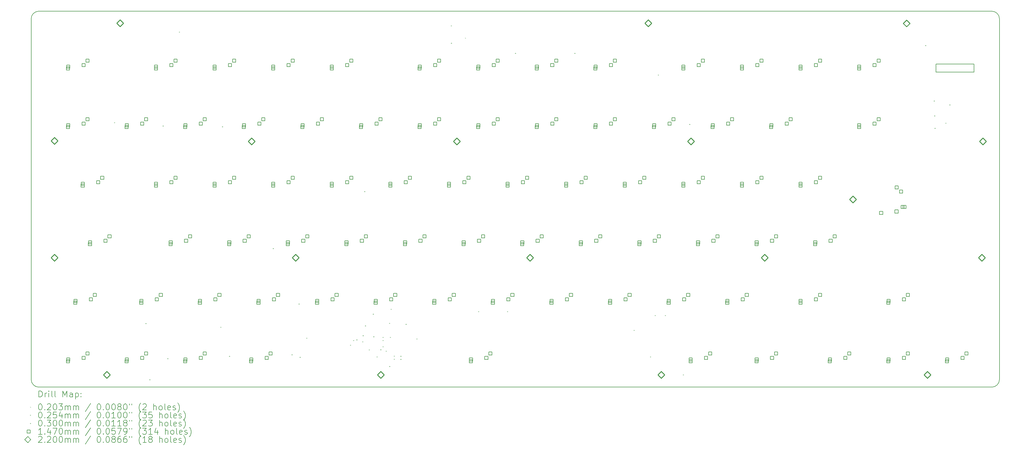
<source format=gbr>
%TF.GenerationSoftware,KiCad,Pcbnew,8.0.2-1*%
%TF.CreationDate,2024-08-02T01:43:11+02:00*%
%TF.ProjectId,keyboard,6b657962-6f61-4726-942e-6b696361645f,1.0*%
%TF.SameCoordinates,Original*%
%TF.FileFunction,Drillmap*%
%TF.FilePolarity,Positive*%
%FSLAX45Y45*%
G04 Gerber Fmt 4.5, Leading zero omitted, Abs format (unit mm)*
G04 Created by KiCad (PCBNEW 8.0.2-1) date 2024-08-02 01:43:11*
%MOMM*%
%LPD*%
G01*
G04 APERTURE LIST*
%ADD10C,0.200000*%
%ADD11C,0.100000*%
%ADD12C,0.147000*%
%ADD13C,0.220000*%
G04 APERTURE END LIST*
D10*
X5537777Y-20487500D02*
G75*
G02*
X5287780Y-20237500I3J250000D01*
G01*
X36517777Y-8257500D02*
X5537777Y-8257500D01*
X36767777Y-20237500D02*
G75*
G02*
X36517777Y-20487507I-250007J0D01*
G01*
X5287777Y-8507500D02*
G75*
G02*
X5537777Y-8257507I249993J0D01*
G01*
X21027777Y-20487500D02*
X36517777Y-20487500D01*
X5537777Y-20487500D02*
X21027777Y-20487500D01*
X34700000Y-9980000D02*
X35940000Y-9980000D01*
X35940000Y-10240000D01*
X34700000Y-10240000D01*
X34700000Y-9980000D01*
X5287777Y-8507500D02*
X5287777Y-20237500D01*
X36517777Y-8257500D02*
G75*
G02*
X36767780Y-8507500I3J-250000D01*
G01*
X36767777Y-20237500D02*
X36767777Y-8507500D01*
D11*
X19395440Y-9117364D02*
X19415760Y-9137684D01*
X19415760Y-9117364D02*
X19395440Y-9137684D01*
X35011115Y-11890014D02*
X35031435Y-11910334D01*
X35031435Y-11890014D02*
X35011115Y-11910334D01*
X8013700Y-11887200D02*
G75*
G02*
X7988300Y-11887200I-12700J0D01*
G01*
X7988300Y-11887200D02*
G75*
G02*
X8013700Y-11887200I12700J0D01*
G01*
X10121900Y-8940800D02*
G75*
G02*
X10096500Y-8940800I-12700J0D01*
G01*
X10096500Y-8940800D02*
G75*
G02*
X10121900Y-8940800I12700J0D01*
G01*
X11468100Y-18542000D02*
G75*
G02*
X11442700Y-18542000I-12700J0D01*
G01*
X11442700Y-18542000D02*
G75*
G02*
X11468100Y-18542000I12700J0D01*
G01*
X14046200Y-19519900D02*
G75*
G02*
X14020800Y-19519900I-12700J0D01*
G01*
X14020800Y-19519900D02*
G75*
G02*
X14046200Y-19519900I12700J0D01*
G01*
X14262100Y-18897600D02*
G75*
G02*
X14236700Y-18897600I-12700J0D01*
G01*
X14236700Y-18897600D02*
G75*
G02*
X14262100Y-18897600I12700J0D01*
G01*
X15684500Y-19126200D02*
G75*
G02*
X15659100Y-19126200I-12700J0D01*
G01*
X15659100Y-19126200D02*
G75*
G02*
X15684500Y-19126200I12700J0D01*
G01*
X15786100Y-18973800D02*
G75*
G02*
X15760700Y-18973800I-12700J0D01*
G01*
X15760700Y-18973800D02*
G75*
G02*
X15786100Y-18973800I12700J0D01*
G01*
X15892077Y-18948400D02*
G75*
G02*
X15866677Y-18948400I-12700J0D01*
G01*
X15866677Y-18948400D02*
G75*
G02*
X15892077Y-18948400I12700J0D01*
G01*
X16083035Y-19013512D02*
G75*
G02*
X16057635Y-19013512I-12700J0D01*
G01*
X16057635Y-19013512D02*
G75*
G02*
X16083035Y-19013512I12700J0D01*
G01*
X16091277Y-18815238D02*
G75*
G02*
X16065877Y-18815238I-12700J0D01*
G01*
X16065877Y-18815238D02*
G75*
G02*
X16091277Y-18815238I12700J0D01*
G01*
X16294100Y-19278600D02*
G75*
G02*
X16268700Y-19278600I-12700J0D01*
G01*
X16268700Y-19278600D02*
G75*
G02*
X16294100Y-19278600I12700J0D01*
G01*
X16442077Y-18846800D02*
G75*
G02*
X16416677Y-18846800I-12700J0D01*
G01*
X16416677Y-18846800D02*
G75*
G02*
X16442077Y-18846800I12700J0D01*
G01*
X16548100Y-19507200D02*
G75*
G02*
X16522700Y-19507200I-12700J0D01*
G01*
X16522700Y-19507200D02*
G75*
G02*
X16548100Y-19507200I12700J0D01*
G01*
X16669326Y-19271674D02*
G75*
G02*
X16643926Y-19271674I-12700J0D01*
G01*
X16643926Y-19271674D02*
G75*
G02*
X16669326Y-19271674I12700J0D01*
G01*
X16741277Y-18872200D02*
G75*
G02*
X16715877Y-18872200I-12700J0D01*
G01*
X16715877Y-18872200D02*
G75*
G02*
X16741277Y-18872200I12700J0D01*
G01*
X16741277Y-18971658D02*
G75*
G02*
X16715877Y-18971658I-12700J0D01*
G01*
X16715877Y-18971658D02*
G75*
G02*
X16741277Y-18971658I12700J0D01*
G01*
X16741277Y-19177000D02*
G75*
G02*
X16715877Y-19177000I-12700J0D01*
G01*
X16715877Y-19177000D02*
G75*
G02*
X16741277Y-19177000I12700J0D01*
G01*
X16842877Y-19319377D02*
G75*
G02*
X16817477Y-19319377I-12700J0D01*
G01*
X16817477Y-19319377D02*
G75*
G02*
X16842877Y-19319377I12700J0D01*
G01*
X16954500Y-18415000D02*
G75*
G02*
X16929100Y-18415000I-12700J0D01*
G01*
X16929100Y-18415000D02*
G75*
G02*
X16954500Y-18415000I12700J0D01*
G01*
X16979900Y-18872200D02*
G75*
G02*
X16954500Y-18872200I-12700J0D01*
G01*
X16954500Y-18872200D02*
G75*
G02*
X16979900Y-18872200I12700J0D01*
G01*
X17005300Y-17957800D02*
G75*
G02*
X16979900Y-17957800I-12700J0D01*
G01*
X16979900Y-17957800D02*
G75*
G02*
X17005300Y-17957800I12700J0D01*
G01*
X17106900Y-19481800D02*
G75*
G02*
X17081500Y-19481800I-12700J0D01*
G01*
X17081500Y-19481800D02*
G75*
G02*
X17106900Y-19481800I12700J0D01*
G01*
X17106900Y-19583400D02*
G75*
G02*
X17081500Y-19583400I-12700J0D01*
G01*
X17081500Y-19583400D02*
G75*
G02*
X17106900Y-19583400I12700J0D01*
G01*
X17322088Y-19481800D02*
G75*
G02*
X17296688Y-19481800I-12700J0D01*
G01*
X17296688Y-19481800D02*
G75*
G02*
X17322088Y-19481800I12700J0D01*
G01*
X17322088Y-19583400D02*
G75*
G02*
X17296688Y-19583400I-12700J0D01*
G01*
X17296688Y-19583400D02*
G75*
G02*
X17322088Y-19583400I12700J0D01*
G01*
X17843500Y-18923000D02*
G75*
G02*
X17818100Y-18923000I-12700J0D01*
G01*
X17818100Y-18923000D02*
G75*
G02*
X17843500Y-18923000I12700J0D01*
G01*
X18961100Y-8737600D02*
G75*
G02*
X18935700Y-8737600I-12700J0D01*
G01*
X18935700Y-8737600D02*
G75*
G02*
X18961100Y-8737600I12700J0D01*
G01*
X19850100Y-18034000D02*
G75*
G02*
X19824700Y-18034000I-12700J0D01*
G01*
X19824700Y-18034000D02*
G75*
G02*
X19850100Y-18034000I12700J0D01*
G01*
X20789900Y-18034000D02*
G75*
G02*
X20764500Y-18034000I-12700J0D01*
G01*
X20764500Y-18034000D02*
G75*
G02*
X20789900Y-18034000I12700J0D01*
G01*
X24904700Y-18643600D02*
G75*
G02*
X24879300Y-18643600I-12700J0D01*
G01*
X24879300Y-18643600D02*
G75*
G02*
X24904700Y-18643600I12700J0D01*
G01*
X25438100Y-19507200D02*
G75*
G02*
X25412700Y-19507200I-12700J0D01*
G01*
X25412700Y-19507200D02*
G75*
G02*
X25438100Y-19507200I12700J0D01*
G01*
X25590500Y-18161000D02*
G75*
G02*
X25565100Y-18161000I-12700J0D01*
G01*
X25565100Y-18161000D02*
G75*
G02*
X25590500Y-18161000I12700J0D01*
G01*
X25692100Y-10337800D02*
G75*
G02*
X25666700Y-10337800I-12700J0D01*
G01*
X25666700Y-10337800D02*
G75*
G02*
X25692100Y-10337800I12700J0D01*
G01*
X25920700Y-18161000D02*
G75*
G02*
X25895300Y-18161000I-12700J0D01*
G01*
X25895300Y-18161000D02*
G75*
G02*
X25920700Y-18161000I12700J0D01*
G01*
X26504900Y-20091400D02*
G75*
G02*
X26479500Y-20091400I-12700J0D01*
G01*
X26479500Y-20091400D02*
G75*
G02*
X26504900Y-20091400I12700J0D01*
G01*
X9017000Y-18400000D02*
X9017000Y-18430000D01*
X9002000Y-18415000D02*
X9032000Y-18415000D01*
X9144000Y-20228800D02*
X9144000Y-20258800D01*
X9129000Y-20243800D02*
X9159000Y-20243800D01*
X9575800Y-11973800D02*
X9575800Y-12003800D01*
X9560800Y-11988800D02*
X9590800Y-11988800D01*
X9728200Y-19543000D02*
X9728200Y-19573000D01*
X9713200Y-19558000D02*
X9743200Y-19558000D01*
X11506200Y-11999200D02*
X11506200Y-12029200D01*
X11491200Y-12014200D02*
X11521200Y-12014200D01*
X11734800Y-19466800D02*
X11734800Y-19496800D01*
X11719800Y-19481800D02*
X11749800Y-19481800D01*
X13157200Y-15961600D02*
X13157200Y-15991600D01*
X13142200Y-15976600D02*
X13172200Y-15976600D01*
X13766800Y-19416000D02*
X13766800Y-19446000D01*
X13751800Y-19431000D02*
X13781800Y-19431000D01*
X13995400Y-17765000D02*
X13995400Y-17795000D01*
X13980400Y-17780000D02*
X14010400Y-17780000D01*
X16129000Y-14107400D02*
X16129000Y-14137400D01*
X16114000Y-14122400D02*
X16144000Y-14122400D01*
X16154400Y-18476200D02*
X16154400Y-18506200D01*
X16139400Y-18491200D02*
X16169400Y-18491200D01*
X16408400Y-18095200D02*
X16408400Y-18125200D01*
X16393400Y-18110200D02*
X16423400Y-18110200D01*
X16941800Y-19797000D02*
X16941800Y-19827000D01*
X16926800Y-19812000D02*
X16956800Y-19812000D01*
X17475200Y-18425400D02*
X17475200Y-18455400D01*
X17460200Y-18440400D02*
X17490200Y-18440400D01*
X18948400Y-9281400D02*
X18948400Y-9311400D01*
X18933400Y-9296400D02*
X18963400Y-9296400D01*
X21031200Y-9611600D02*
X21031200Y-9641600D01*
X21016200Y-9626600D02*
X21046200Y-9626600D01*
X22961600Y-9611600D02*
X22961600Y-9641600D01*
X22946600Y-9626600D02*
X22976600Y-9626600D01*
X26695400Y-11923000D02*
X26695400Y-11953000D01*
X26680400Y-11938000D02*
X26710400Y-11938000D01*
X34366200Y-9357600D02*
X34366200Y-9387600D01*
X34351200Y-9372600D02*
X34381200Y-9372600D01*
X34645600Y-11161000D02*
X34645600Y-11191000D01*
X34630600Y-11176000D02*
X34660600Y-11176000D01*
X34658413Y-11648576D02*
X34658413Y-11678576D01*
X34643413Y-11663576D02*
X34673413Y-11663576D01*
X34671000Y-12050000D02*
X34671000Y-12080000D01*
X34656000Y-12065000D02*
X34686000Y-12065000D01*
X35153600Y-11288000D02*
X35153600Y-11318000D01*
X35138600Y-11303000D02*
X35168600Y-11303000D01*
D12*
X6538249Y-10169973D02*
X6538249Y-10066027D01*
X6434304Y-10066027D01*
X6434304Y-10169973D01*
X6538249Y-10169973D01*
X6538249Y-12074973D02*
X6538249Y-11971027D01*
X6434304Y-11971027D01*
X6434304Y-12074973D01*
X6538249Y-12074973D01*
X6538249Y-19694973D02*
X6538249Y-19591027D01*
X6434304Y-19591027D01*
X6434304Y-19694973D01*
X6538249Y-19694973D01*
X6542249Y-10111973D02*
X6542249Y-10008027D01*
X6438304Y-10008027D01*
X6438304Y-10111973D01*
X6542249Y-10111973D01*
X6542249Y-12016973D02*
X6542249Y-11913027D01*
X6438304Y-11913027D01*
X6438304Y-12016973D01*
X6542249Y-12016973D01*
X6542249Y-19636973D02*
X6542249Y-19533027D01*
X6438304Y-19533027D01*
X6438304Y-19636973D01*
X6542249Y-19636973D01*
X6776374Y-17789973D02*
X6776374Y-17686027D01*
X6672429Y-17686027D01*
X6672429Y-17789973D01*
X6776374Y-17789973D01*
X6780374Y-17731973D02*
X6780374Y-17628027D01*
X6676429Y-17628027D01*
X6676429Y-17731973D01*
X6780374Y-17731973D01*
X7014499Y-13979973D02*
X7014499Y-13876027D01*
X6910554Y-13876027D01*
X6910554Y-13979973D01*
X7014499Y-13979973D01*
X7018499Y-13921973D02*
X7018499Y-13818027D01*
X6914554Y-13818027D01*
X6914554Y-13921973D01*
X7018499Y-13921973D01*
X7042249Y-10061973D02*
X7042249Y-9958027D01*
X6938304Y-9958027D01*
X6938304Y-10061973D01*
X7042249Y-10061973D01*
X7042249Y-11966973D02*
X7042249Y-11863027D01*
X6938304Y-11863027D01*
X6938304Y-11966973D01*
X7042249Y-11966973D01*
X7042249Y-19586973D02*
X7042249Y-19483027D01*
X6938304Y-19483027D01*
X6938304Y-19586973D01*
X7042249Y-19586973D01*
X7173249Y-9915973D02*
X7173249Y-9812027D01*
X7069304Y-9812027D01*
X7069304Y-9915973D01*
X7173249Y-9915973D01*
X7173249Y-11820973D02*
X7173249Y-11717027D01*
X7069304Y-11717027D01*
X7069304Y-11820973D01*
X7173249Y-11820973D01*
X7173249Y-19440973D02*
X7173249Y-19337027D01*
X7069304Y-19337027D01*
X7069304Y-19440973D01*
X7173249Y-19440973D01*
X7252624Y-15884973D02*
X7252624Y-15781027D01*
X7148679Y-15781027D01*
X7148679Y-15884973D01*
X7252624Y-15884973D01*
X7256624Y-15826973D02*
X7256624Y-15723027D01*
X7152679Y-15723027D01*
X7152679Y-15826973D01*
X7256624Y-15826973D01*
X7280374Y-17681973D02*
X7280374Y-17578027D01*
X7176429Y-17578027D01*
X7176429Y-17681973D01*
X7280374Y-17681973D01*
X7411374Y-17535973D02*
X7411374Y-17432027D01*
X7307429Y-17432027D01*
X7307429Y-17535973D01*
X7411374Y-17535973D01*
X7518499Y-13871973D02*
X7518499Y-13768027D01*
X7414554Y-13768027D01*
X7414554Y-13871973D01*
X7518499Y-13871973D01*
X7649499Y-13725973D02*
X7649499Y-13622027D01*
X7545554Y-13622027D01*
X7545554Y-13725973D01*
X7649499Y-13725973D01*
X7756624Y-15776973D02*
X7756624Y-15673027D01*
X7652679Y-15673027D01*
X7652679Y-15776973D01*
X7756624Y-15776973D01*
X7887624Y-15630973D02*
X7887624Y-15527027D01*
X7783679Y-15527027D01*
X7783679Y-15630973D01*
X7887624Y-15630973D01*
X8443250Y-12074973D02*
X8443250Y-11971027D01*
X8339304Y-11971027D01*
X8339304Y-12074973D01*
X8443250Y-12074973D01*
X8443250Y-19694973D02*
X8443250Y-19591027D01*
X8339304Y-19591027D01*
X8339304Y-19694973D01*
X8443250Y-19694973D01*
X8447250Y-12016973D02*
X8447250Y-11913027D01*
X8343304Y-11913027D01*
X8343304Y-12016973D01*
X8447250Y-12016973D01*
X8447250Y-19636973D02*
X8447250Y-19533027D01*
X8343304Y-19533027D01*
X8343304Y-19636973D01*
X8447250Y-19636973D01*
X8919500Y-17789973D02*
X8919500Y-17686027D01*
X8815554Y-17686027D01*
X8815554Y-17789973D01*
X8919500Y-17789973D01*
X8923500Y-17731973D02*
X8923500Y-17628027D01*
X8819554Y-17628027D01*
X8819554Y-17731973D01*
X8923500Y-17731973D01*
X8947250Y-11966973D02*
X8947250Y-11863027D01*
X8843304Y-11863027D01*
X8843304Y-11966973D01*
X8947250Y-11966973D01*
X8947250Y-19586973D02*
X8947250Y-19483027D01*
X8843304Y-19483027D01*
X8843304Y-19586973D01*
X8947250Y-19586973D01*
X9078250Y-11820973D02*
X9078250Y-11717027D01*
X8974304Y-11717027D01*
X8974304Y-11820973D01*
X9078250Y-11820973D01*
X9078250Y-19440973D02*
X9078250Y-19337027D01*
X8974304Y-19337027D01*
X8974304Y-19440973D01*
X9078250Y-19440973D01*
X9395750Y-10169973D02*
X9395750Y-10066027D01*
X9291804Y-10066027D01*
X9291804Y-10169973D01*
X9395750Y-10169973D01*
X9395750Y-13979973D02*
X9395750Y-13876027D01*
X9291804Y-13876027D01*
X9291804Y-13979973D01*
X9395750Y-13979973D01*
X9399750Y-10111973D02*
X9399750Y-10008027D01*
X9295804Y-10008027D01*
X9295804Y-10111973D01*
X9399750Y-10111973D01*
X9399750Y-13921973D02*
X9399750Y-13818027D01*
X9295804Y-13818027D01*
X9295804Y-13921973D01*
X9399750Y-13921973D01*
X9423500Y-17681973D02*
X9423500Y-17578027D01*
X9319554Y-17578027D01*
X9319554Y-17681973D01*
X9423500Y-17681973D01*
X9554500Y-17535973D02*
X9554500Y-17432027D01*
X9450554Y-17432027D01*
X9450554Y-17535973D01*
X9554500Y-17535973D01*
X9872000Y-15884973D02*
X9872000Y-15781027D01*
X9768054Y-15781027D01*
X9768054Y-15884973D01*
X9872000Y-15884973D01*
X9876000Y-15826973D02*
X9876000Y-15723027D01*
X9772054Y-15723027D01*
X9772054Y-15826973D01*
X9876000Y-15826973D01*
X9899750Y-10061973D02*
X9899750Y-9958027D01*
X9795804Y-9958027D01*
X9795804Y-10061973D01*
X9899750Y-10061973D01*
X9899750Y-13871973D02*
X9899750Y-13768027D01*
X9795804Y-13768027D01*
X9795804Y-13871973D01*
X9899750Y-13871973D01*
X10030750Y-9915973D02*
X10030750Y-9812027D01*
X9926804Y-9812027D01*
X9926804Y-9915973D01*
X10030750Y-9915973D01*
X10030750Y-13725973D02*
X10030750Y-13622027D01*
X9926804Y-13622027D01*
X9926804Y-13725973D01*
X10030750Y-13725973D01*
X10348250Y-12074973D02*
X10348250Y-11971027D01*
X10244304Y-11971027D01*
X10244304Y-12074973D01*
X10348250Y-12074973D01*
X10348250Y-19694973D02*
X10348250Y-19591027D01*
X10244304Y-19591027D01*
X10244304Y-19694973D01*
X10348250Y-19694973D01*
X10352250Y-12016973D02*
X10352250Y-11913027D01*
X10248304Y-11913027D01*
X10248304Y-12016973D01*
X10352250Y-12016973D01*
X10352250Y-19636973D02*
X10352250Y-19533027D01*
X10248304Y-19533027D01*
X10248304Y-19636973D01*
X10352250Y-19636973D01*
X10376000Y-15776973D02*
X10376000Y-15673027D01*
X10272054Y-15673027D01*
X10272054Y-15776973D01*
X10376000Y-15776973D01*
X10507000Y-15630973D02*
X10507000Y-15527027D01*
X10403054Y-15527027D01*
X10403054Y-15630973D01*
X10507000Y-15630973D01*
X10824500Y-17789973D02*
X10824500Y-17686027D01*
X10720554Y-17686027D01*
X10720554Y-17789973D01*
X10824500Y-17789973D01*
X10828500Y-17731973D02*
X10828500Y-17628027D01*
X10724554Y-17628027D01*
X10724554Y-17731973D01*
X10828500Y-17731973D01*
X10852250Y-11966973D02*
X10852250Y-11863027D01*
X10748304Y-11863027D01*
X10748304Y-11966973D01*
X10852250Y-11966973D01*
X10852250Y-19586973D02*
X10852250Y-19483027D01*
X10748304Y-19483027D01*
X10748304Y-19586973D01*
X10852250Y-19586973D01*
X10983250Y-11820973D02*
X10983250Y-11717027D01*
X10879304Y-11717027D01*
X10879304Y-11820973D01*
X10983250Y-11820973D01*
X10983250Y-19440973D02*
X10983250Y-19337027D01*
X10879304Y-19337027D01*
X10879304Y-19440973D01*
X10983250Y-19440973D01*
X11300749Y-10169973D02*
X11300749Y-10066027D01*
X11196804Y-10066027D01*
X11196804Y-10169973D01*
X11300749Y-10169973D01*
X11300749Y-13979973D02*
X11300749Y-13876027D01*
X11196804Y-13876027D01*
X11196804Y-13979973D01*
X11300749Y-13979973D01*
X11304749Y-10111973D02*
X11304749Y-10008027D01*
X11200804Y-10008027D01*
X11200804Y-10111973D01*
X11304749Y-10111973D01*
X11304749Y-13921973D02*
X11304749Y-13818027D01*
X11200804Y-13818027D01*
X11200804Y-13921973D01*
X11304749Y-13921973D01*
X11328499Y-17681973D02*
X11328499Y-17578027D01*
X11224554Y-17578027D01*
X11224554Y-17681973D01*
X11328499Y-17681973D01*
X11459499Y-17535973D02*
X11459499Y-17432027D01*
X11355554Y-17432027D01*
X11355554Y-17535973D01*
X11459499Y-17535973D01*
X11776999Y-15884973D02*
X11776999Y-15781027D01*
X11673054Y-15781027D01*
X11673054Y-15884973D01*
X11776999Y-15884973D01*
X11780999Y-15826973D02*
X11780999Y-15723027D01*
X11677054Y-15723027D01*
X11677054Y-15826973D01*
X11780999Y-15826973D01*
X11804749Y-10061973D02*
X11804749Y-9958027D01*
X11700804Y-9958027D01*
X11700804Y-10061973D01*
X11804749Y-10061973D01*
X11804749Y-13871973D02*
X11804749Y-13768027D01*
X11700804Y-13768027D01*
X11700804Y-13871973D01*
X11804749Y-13871973D01*
X11935749Y-9915973D02*
X11935749Y-9812027D01*
X11831804Y-9812027D01*
X11831804Y-9915973D01*
X11935749Y-9915973D01*
X11935749Y-13725973D02*
X11935749Y-13622027D01*
X11831804Y-13622027D01*
X11831804Y-13725973D01*
X11935749Y-13725973D01*
X12253249Y-12074973D02*
X12253249Y-11971027D01*
X12149304Y-11971027D01*
X12149304Y-12074973D01*
X12253249Y-12074973D01*
X12257249Y-12016973D02*
X12257249Y-11913027D01*
X12153304Y-11913027D01*
X12153304Y-12016973D01*
X12257249Y-12016973D01*
X12280999Y-15776973D02*
X12280999Y-15673027D01*
X12177054Y-15673027D01*
X12177054Y-15776973D01*
X12280999Y-15776973D01*
X12411999Y-15630973D02*
X12411999Y-15527027D01*
X12308054Y-15527027D01*
X12308054Y-15630973D01*
X12411999Y-15630973D01*
X12491374Y-19694973D02*
X12491374Y-19591027D01*
X12387429Y-19591027D01*
X12387429Y-19694973D01*
X12491374Y-19694973D01*
X12495374Y-19636973D02*
X12495374Y-19533027D01*
X12391429Y-19533027D01*
X12391429Y-19636973D01*
X12495374Y-19636973D01*
X12729499Y-17789973D02*
X12729499Y-17686027D01*
X12625554Y-17686027D01*
X12625554Y-17789973D01*
X12729499Y-17789973D01*
X12733499Y-17731973D02*
X12733499Y-17628027D01*
X12629554Y-17628027D01*
X12629554Y-17731973D01*
X12733499Y-17731973D01*
X12757249Y-11966973D02*
X12757249Y-11863027D01*
X12653304Y-11863027D01*
X12653304Y-11966973D01*
X12757249Y-11966973D01*
X12888249Y-11820973D02*
X12888249Y-11717027D01*
X12784304Y-11717027D01*
X12784304Y-11820973D01*
X12888249Y-11820973D01*
X12995374Y-19586973D02*
X12995374Y-19483027D01*
X12891429Y-19483027D01*
X12891429Y-19586973D01*
X12995374Y-19586973D01*
X13126374Y-19440973D02*
X13126374Y-19337027D01*
X13022429Y-19337027D01*
X13022429Y-19440973D01*
X13126374Y-19440973D01*
X13205749Y-10169973D02*
X13205749Y-10066027D01*
X13101804Y-10066027D01*
X13101804Y-10169973D01*
X13205749Y-10169973D01*
X13205749Y-13979973D02*
X13205749Y-13876027D01*
X13101804Y-13876027D01*
X13101804Y-13979973D01*
X13205749Y-13979973D01*
X13209749Y-10111973D02*
X13209749Y-10008027D01*
X13105804Y-10008027D01*
X13105804Y-10111973D01*
X13209749Y-10111973D01*
X13209749Y-13921973D02*
X13209749Y-13818027D01*
X13105804Y-13818027D01*
X13105804Y-13921973D01*
X13209749Y-13921973D01*
X13233499Y-17681973D02*
X13233499Y-17578027D01*
X13129554Y-17578027D01*
X13129554Y-17681973D01*
X13233499Y-17681973D01*
X13364499Y-17535973D02*
X13364499Y-17432027D01*
X13260554Y-17432027D01*
X13260554Y-17535973D01*
X13364499Y-17535973D01*
X13681999Y-15884973D02*
X13681999Y-15781027D01*
X13578054Y-15781027D01*
X13578054Y-15884973D01*
X13681999Y-15884973D01*
X13685999Y-15826973D02*
X13685999Y-15723027D01*
X13582054Y-15723027D01*
X13582054Y-15826973D01*
X13685999Y-15826973D01*
X13709749Y-10061973D02*
X13709749Y-9958027D01*
X13605804Y-9958027D01*
X13605804Y-10061973D01*
X13709749Y-10061973D01*
X13709749Y-13871973D02*
X13709749Y-13768027D01*
X13605804Y-13768027D01*
X13605804Y-13871973D01*
X13709749Y-13871973D01*
X13840749Y-9915973D02*
X13840749Y-9812027D01*
X13736804Y-9812027D01*
X13736804Y-9915973D01*
X13840749Y-9915973D01*
X13840749Y-13725973D02*
X13840749Y-13622027D01*
X13736804Y-13622027D01*
X13736804Y-13725973D01*
X13840749Y-13725973D01*
X14158249Y-12074973D02*
X14158249Y-11971027D01*
X14054304Y-11971027D01*
X14054304Y-12074973D01*
X14158249Y-12074973D01*
X14162249Y-12016973D02*
X14162249Y-11913027D01*
X14058304Y-11913027D01*
X14058304Y-12016973D01*
X14162249Y-12016973D01*
X14185999Y-15776973D02*
X14185999Y-15673027D01*
X14082054Y-15673027D01*
X14082054Y-15776973D01*
X14185999Y-15776973D01*
X14316999Y-15630973D02*
X14316999Y-15527027D01*
X14213054Y-15527027D01*
X14213054Y-15630973D01*
X14316999Y-15630973D01*
X14634499Y-17789973D02*
X14634499Y-17686027D01*
X14530554Y-17686027D01*
X14530554Y-17789973D01*
X14634499Y-17789973D01*
X14638499Y-17731973D02*
X14638499Y-17628027D01*
X14534554Y-17628027D01*
X14534554Y-17731973D01*
X14638499Y-17731973D01*
X14662249Y-11966973D02*
X14662249Y-11863027D01*
X14558304Y-11863027D01*
X14558304Y-11966973D01*
X14662249Y-11966973D01*
X14793249Y-11820973D02*
X14793249Y-11717027D01*
X14689304Y-11717027D01*
X14689304Y-11820973D01*
X14793249Y-11820973D01*
X15110749Y-10169973D02*
X15110749Y-10066027D01*
X15006804Y-10066027D01*
X15006804Y-10169973D01*
X15110749Y-10169973D01*
X15110749Y-13979973D02*
X15110749Y-13876027D01*
X15006804Y-13876027D01*
X15006804Y-13979973D01*
X15110749Y-13979973D01*
X15114749Y-10111973D02*
X15114749Y-10008027D01*
X15010804Y-10008027D01*
X15010804Y-10111973D01*
X15114749Y-10111973D01*
X15114749Y-13921973D02*
X15114749Y-13818027D01*
X15010804Y-13818027D01*
X15010804Y-13921973D01*
X15114749Y-13921973D01*
X15138499Y-17681973D02*
X15138499Y-17578027D01*
X15034554Y-17578027D01*
X15034554Y-17681973D01*
X15138499Y-17681973D01*
X15269499Y-17535973D02*
X15269499Y-17432027D01*
X15165554Y-17432027D01*
X15165554Y-17535973D01*
X15269499Y-17535973D01*
X15586999Y-15884973D02*
X15586999Y-15781027D01*
X15483054Y-15781027D01*
X15483054Y-15884973D01*
X15586999Y-15884973D01*
X15590999Y-15826973D02*
X15590999Y-15723027D01*
X15487054Y-15723027D01*
X15487054Y-15826973D01*
X15590999Y-15826973D01*
X15614749Y-10061973D02*
X15614749Y-9958027D01*
X15510804Y-9958027D01*
X15510804Y-10061973D01*
X15614749Y-10061973D01*
X15614749Y-13871973D02*
X15614749Y-13768027D01*
X15510804Y-13768027D01*
X15510804Y-13871973D01*
X15614749Y-13871973D01*
X15745749Y-9915973D02*
X15745749Y-9812027D01*
X15641804Y-9812027D01*
X15641804Y-9915973D01*
X15745749Y-9915973D01*
X15745749Y-13725973D02*
X15745749Y-13622027D01*
X15641804Y-13622027D01*
X15641804Y-13725973D01*
X15745749Y-13725973D01*
X16063249Y-12074973D02*
X16063249Y-11971027D01*
X15959304Y-11971027D01*
X15959304Y-12074973D01*
X16063249Y-12074973D01*
X16067249Y-12016973D02*
X16067249Y-11913027D01*
X15963304Y-11913027D01*
X15963304Y-12016973D01*
X16067249Y-12016973D01*
X16090999Y-15776973D02*
X16090999Y-15673027D01*
X15987054Y-15673027D01*
X15987054Y-15776973D01*
X16090999Y-15776973D01*
X16221999Y-15630973D02*
X16221999Y-15527027D01*
X16118054Y-15527027D01*
X16118054Y-15630973D01*
X16221999Y-15630973D01*
X16539499Y-17789973D02*
X16539499Y-17686027D01*
X16435554Y-17686027D01*
X16435554Y-17789973D01*
X16539499Y-17789973D01*
X16543499Y-17731973D02*
X16543499Y-17628027D01*
X16439554Y-17628027D01*
X16439554Y-17731973D01*
X16543499Y-17731973D01*
X16567249Y-11966973D02*
X16567249Y-11863027D01*
X16463304Y-11863027D01*
X16463304Y-11966973D01*
X16567249Y-11966973D01*
X16698249Y-11820973D02*
X16698249Y-11717027D01*
X16594304Y-11717027D01*
X16594304Y-11820973D01*
X16698249Y-11820973D01*
X17015750Y-13979973D02*
X17015750Y-13876027D01*
X16911804Y-13876027D01*
X16911804Y-13979973D01*
X17015750Y-13979973D01*
X17019750Y-13921973D02*
X17019750Y-13818027D01*
X16915804Y-13818027D01*
X16915804Y-13921973D01*
X17019750Y-13921973D01*
X17043500Y-17681973D02*
X17043500Y-17578027D01*
X16939554Y-17578027D01*
X16939554Y-17681973D01*
X17043500Y-17681973D01*
X17174500Y-17535973D02*
X17174500Y-17432027D01*
X17070554Y-17432027D01*
X17070554Y-17535973D01*
X17174500Y-17535973D01*
X17492000Y-15884973D02*
X17492000Y-15781027D01*
X17388054Y-15781027D01*
X17388054Y-15884973D01*
X17492000Y-15884973D01*
X17496000Y-15826973D02*
X17496000Y-15723027D01*
X17392054Y-15723027D01*
X17392054Y-15826973D01*
X17496000Y-15826973D01*
X17519750Y-13871973D02*
X17519750Y-13768027D01*
X17415804Y-13768027D01*
X17415804Y-13871973D01*
X17519750Y-13871973D01*
X17650750Y-13725973D02*
X17650750Y-13622027D01*
X17546804Y-13622027D01*
X17546804Y-13725973D01*
X17650750Y-13725973D01*
X17968250Y-10169973D02*
X17968250Y-10066027D01*
X17864304Y-10066027D01*
X17864304Y-10169973D01*
X17968250Y-10169973D01*
X17968250Y-12074973D02*
X17968250Y-11971027D01*
X17864304Y-11971027D01*
X17864304Y-12074973D01*
X17968250Y-12074973D01*
X17972250Y-10111973D02*
X17972250Y-10008027D01*
X17868304Y-10008027D01*
X17868304Y-10111973D01*
X17972250Y-10111973D01*
X17972250Y-12016973D02*
X17972250Y-11913027D01*
X17868304Y-11913027D01*
X17868304Y-12016973D01*
X17972250Y-12016973D01*
X17996000Y-15776973D02*
X17996000Y-15673027D01*
X17892054Y-15673027D01*
X17892054Y-15776973D01*
X17996000Y-15776973D01*
X18127000Y-15630973D02*
X18127000Y-15527027D01*
X18023054Y-15527027D01*
X18023054Y-15630973D01*
X18127000Y-15630973D01*
X18444500Y-17789973D02*
X18444500Y-17686027D01*
X18340554Y-17686027D01*
X18340554Y-17789973D01*
X18444500Y-17789973D01*
X18448500Y-17731973D02*
X18448500Y-17628027D01*
X18344554Y-17628027D01*
X18344554Y-17731973D01*
X18448500Y-17731973D01*
X18472250Y-10061973D02*
X18472250Y-9958027D01*
X18368304Y-9958027D01*
X18368304Y-10061973D01*
X18472250Y-10061973D01*
X18472250Y-11966973D02*
X18472250Y-11863027D01*
X18368304Y-11863027D01*
X18368304Y-11966973D01*
X18472250Y-11966973D01*
X18603250Y-9915973D02*
X18603250Y-9812027D01*
X18499304Y-9812027D01*
X18499304Y-9915973D01*
X18603250Y-9915973D01*
X18603250Y-11820973D02*
X18603250Y-11717027D01*
X18499304Y-11717027D01*
X18499304Y-11820973D01*
X18603250Y-11820973D01*
X18920750Y-13979973D02*
X18920750Y-13876027D01*
X18816804Y-13876027D01*
X18816804Y-13979973D01*
X18920750Y-13979973D01*
X18924750Y-13921973D02*
X18924750Y-13818027D01*
X18820804Y-13818027D01*
X18820804Y-13921973D01*
X18924750Y-13921973D01*
X18948500Y-17681973D02*
X18948500Y-17578027D01*
X18844554Y-17578027D01*
X18844554Y-17681973D01*
X18948500Y-17681973D01*
X19079500Y-17535973D02*
X19079500Y-17432027D01*
X18975554Y-17432027D01*
X18975554Y-17535973D01*
X19079500Y-17535973D01*
X19397000Y-15884973D02*
X19397000Y-15781027D01*
X19293054Y-15781027D01*
X19293054Y-15884973D01*
X19397000Y-15884973D01*
X19401000Y-15826973D02*
X19401000Y-15723027D01*
X19297054Y-15723027D01*
X19297054Y-15826973D01*
X19401000Y-15826973D01*
X19424750Y-13871973D02*
X19424750Y-13768027D01*
X19320804Y-13768027D01*
X19320804Y-13871973D01*
X19424750Y-13871973D01*
X19555750Y-13725973D02*
X19555750Y-13622027D01*
X19451804Y-13622027D01*
X19451804Y-13725973D01*
X19555750Y-13725973D01*
X19635125Y-19694973D02*
X19635125Y-19591027D01*
X19531179Y-19591027D01*
X19531179Y-19694973D01*
X19635125Y-19694973D01*
X19639125Y-19636973D02*
X19639125Y-19533027D01*
X19535179Y-19533027D01*
X19535179Y-19636973D01*
X19639125Y-19636973D01*
X19873250Y-10169973D02*
X19873250Y-10066027D01*
X19769304Y-10066027D01*
X19769304Y-10169973D01*
X19873250Y-10169973D01*
X19873250Y-12074973D02*
X19873250Y-11971027D01*
X19769304Y-11971027D01*
X19769304Y-12074973D01*
X19873250Y-12074973D01*
X19877250Y-10111973D02*
X19877250Y-10008027D01*
X19773304Y-10008027D01*
X19773304Y-10111973D01*
X19877250Y-10111973D01*
X19877250Y-12016973D02*
X19877250Y-11913027D01*
X19773304Y-11913027D01*
X19773304Y-12016973D01*
X19877250Y-12016973D01*
X19901000Y-15776973D02*
X19901000Y-15673027D01*
X19797054Y-15673027D01*
X19797054Y-15776973D01*
X19901000Y-15776973D01*
X20032000Y-15630973D02*
X20032000Y-15527027D01*
X19928054Y-15527027D01*
X19928054Y-15630973D01*
X20032000Y-15630973D01*
X20139125Y-19586973D02*
X20139125Y-19483027D01*
X20035179Y-19483027D01*
X20035179Y-19586973D01*
X20139125Y-19586973D01*
X20270125Y-19440973D02*
X20270125Y-19337027D01*
X20166179Y-19337027D01*
X20166179Y-19440973D01*
X20270125Y-19440973D01*
X20349500Y-17789973D02*
X20349500Y-17686027D01*
X20245554Y-17686027D01*
X20245554Y-17789973D01*
X20349500Y-17789973D01*
X20353500Y-17731973D02*
X20353500Y-17628027D01*
X20249554Y-17628027D01*
X20249554Y-17731973D01*
X20353500Y-17731973D01*
X20377250Y-10061973D02*
X20377250Y-9958027D01*
X20273304Y-9958027D01*
X20273304Y-10061973D01*
X20377250Y-10061973D01*
X20377250Y-11966973D02*
X20377250Y-11863027D01*
X20273304Y-11863027D01*
X20273304Y-11966973D01*
X20377250Y-11966973D01*
X20508250Y-9915973D02*
X20508250Y-9812027D01*
X20404304Y-9812027D01*
X20404304Y-9915973D01*
X20508250Y-9915973D01*
X20508250Y-11820973D02*
X20508250Y-11717027D01*
X20404304Y-11717027D01*
X20404304Y-11820973D01*
X20508250Y-11820973D01*
X20825750Y-13979973D02*
X20825750Y-13876027D01*
X20721804Y-13876027D01*
X20721804Y-13979973D01*
X20825750Y-13979973D01*
X20829750Y-13921973D02*
X20829750Y-13818027D01*
X20725804Y-13818027D01*
X20725804Y-13921973D01*
X20829750Y-13921973D01*
X20853500Y-17681973D02*
X20853500Y-17578027D01*
X20749554Y-17578027D01*
X20749554Y-17681973D01*
X20853500Y-17681973D01*
X20984500Y-17535973D02*
X20984500Y-17432027D01*
X20880554Y-17432027D01*
X20880554Y-17535973D01*
X20984500Y-17535973D01*
X21302000Y-15884973D02*
X21302000Y-15781027D01*
X21198054Y-15781027D01*
X21198054Y-15884973D01*
X21302000Y-15884973D01*
X21306000Y-15826973D02*
X21306000Y-15723027D01*
X21202054Y-15723027D01*
X21202054Y-15826973D01*
X21306000Y-15826973D01*
X21329750Y-13871973D02*
X21329750Y-13768027D01*
X21225804Y-13768027D01*
X21225804Y-13871973D01*
X21329750Y-13871973D01*
X21460750Y-13725973D02*
X21460750Y-13622027D01*
X21356804Y-13622027D01*
X21356804Y-13725973D01*
X21460750Y-13725973D01*
X21776973Y-10169973D02*
X21776973Y-10066027D01*
X21673027Y-10066027D01*
X21673027Y-10169973D01*
X21776973Y-10169973D01*
X21778250Y-12074973D02*
X21778250Y-11971027D01*
X21674304Y-11971027D01*
X21674304Y-12074973D01*
X21778250Y-12074973D01*
X21780973Y-10111973D02*
X21780973Y-10008027D01*
X21677027Y-10008027D01*
X21677027Y-10111973D01*
X21780973Y-10111973D01*
X21782250Y-12016973D02*
X21782250Y-11913027D01*
X21678304Y-11913027D01*
X21678304Y-12016973D01*
X21782250Y-12016973D01*
X21806000Y-15776973D02*
X21806000Y-15673027D01*
X21702054Y-15673027D01*
X21702054Y-15776973D01*
X21806000Y-15776973D01*
X21937000Y-15630973D02*
X21937000Y-15527027D01*
X21833054Y-15527027D01*
X21833054Y-15630973D01*
X21937000Y-15630973D01*
X22254500Y-17789973D02*
X22254500Y-17686027D01*
X22150554Y-17686027D01*
X22150554Y-17789973D01*
X22254500Y-17789973D01*
X22258500Y-17731973D02*
X22258500Y-17628027D01*
X22154554Y-17628027D01*
X22154554Y-17731973D01*
X22258500Y-17731973D01*
X22280973Y-10061973D02*
X22280973Y-9958027D01*
X22177027Y-9958027D01*
X22177027Y-10061973D01*
X22280973Y-10061973D01*
X22282250Y-11966973D02*
X22282250Y-11863027D01*
X22178304Y-11863027D01*
X22178304Y-11966973D01*
X22282250Y-11966973D01*
X22411973Y-9915973D02*
X22411973Y-9812027D01*
X22308027Y-9812027D01*
X22308027Y-9915973D01*
X22411973Y-9915973D01*
X22413249Y-11820973D02*
X22413249Y-11717027D01*
X22309304Y-11717027D01*
X22309304Y-11820973D01*
X22413249Y-11820973D01*
X22730749Y-13979973D02*
X22730749Y-13876027D01*
X22626804Y-13876027D01*
X22626804Y-13979973D01*
X22730749Y-13979973D01*
X22734749Y-13921973D02*
X22734749Y-13818027D01*
X22630804Y-13818027D01*
X22630804Y-13921973D01*
X22734749Y-13921973D01*
X22758499Y-17681973D02*
X22758499Y-17578027D01*
X22654554Y-17578027D01*
X22654554Y-17681973D01*
X22758499Y-17681973D01*
X22889499Y-17535973D02*
X22889499Y-17432027D01*
X22785554Y-17432027D01*
X22785554Y-17535973D01*
X22889499Y-17535973D01*
X23206999Y-15884973D02*
X23206999Y-15781027D01*
X23103054Y-15781027D01*
X23103054Y-15884973D01*
X23206999Y-15884973D01*
X23210999Y-15826973D02*
X23210999Y-15723027D01*
X23107054Y-15723027D01*
X23107054Y-15826973D01*
X23210999Y-15826973D01*
X23234749Y-13871973D02*
X23234749Y-13768027D01*
X23130804Y-13768027D01*
X23130804Y-13871973D01*
X23234749Y-13871973D01*
X23365749Y-13725973D02*
X23365749Y-13622027D01*
X23261804Y-13622027D01*
X23261804Y-13725973D01*
X23365749Y-13725973D01*
X23683249Y-10169973D02*
X23683249Y-10066027D01*
X23579304Y-10066027D01*
X23579304Y-10169973D01*
X23683249Y-10169973D01*
X23683249Y-12074973D02*
X23683249Y-11971027D01*
X23579304Y-11971027D01*
X23579304Y-12074973D01*
X23683249Y-12074973D01*
X23687249Y-10111973D02*
X23687249Y-10008027D01*
X23583304Y-10008027D01*
X23583304Y-10111973D01*
X23687249Y-10111973D01*
X23687249Y-12016973D02*
X23687249Y-11913027D01*
X23583304Y-11913027D01*
X23583304Y-12016973D01*
X23687249Y-12016973D01*
X23710999Y-15776973D02*
X23710999Y-15673027D01*
X23607054Y-15673027D01*
X23607054Y-15776973D01*
X23710999Y-15776973D01*
X23841999Y-15630973D02*
X23841999Y-15527027D01*
X23738054Y-15527027D01*
X23738054Y-15630973D01*
X23841999Y-15630973D01*
X24159499Y-17789973D02*
X24159499Y-17686027D01*
X24055554Y-17686027D01*
X24055554Y-17789973D01*
X24159499Y-17789973D01*
X24163499Y-17731973D02*
X24163499Y-17628027D01*
X24059554Y-17628027D01*
X24059554Y-17731973D01*
X24163499Y-17731973D01*
X24187249Y-10061973D02*
X24187249Y-9958027D01*
X24083304Y-9958027D01*
X24083304Y-10061973D01*
X24187249Y-10061973D01*
X24187249Y-11966973D02*
X24187249Y-11863027D01*
X24083304Y-11863027D01*
X24083304Y-11966973D01*
X24187249Y-11966973D01*
X24318249Y-9915973D02*
X24318249Y-9812027D01*
X24214304Y-9812027D01*
X24214304Y-9915973D01*
X24318249Y-9915973D01*
X24318249Y-11820973D02*
X24318249Y-11717027D01*
X24214304Y-11717027D01*
X24214304Y-11820973D01*
X24318249Y-11820973D01*
X24635749Y-13979973D02*
X24635749Y-13876027D01*
X24531804Y-13876027D01*
X24531804Y-13979973D01*
X24635749Y-13979973D01*
X24639749Y-13921973D02*
X24639749Y-13818027D01*
X24535804Y-13818027D01*
X24535804Y-13921973D01*
X24639749Y-13921973D01*
X24663499Y-17681973D02*
X24663499Y-17578027D01*
X24559554Y-17578027D01*
X24559554Y-17681973D01*
X24663499Y-17681973D01*
X24794499Y-17535973D02*
X24794499Y-17432027D01*
X24690554Y-17432027D01*
X24690554Y-17535973D01*
X24794499Y-17535973D01*
X25111999Y-15884973D02*
X25111999Y-15781027D01*
X25008054Y-15781027D01*
X25008054Y-15884973D01*
X25111999Y-15884973D01*
X25115999Y-15826973D02*
X25115999Y-15723027D01*
X25012054Y-15723027D01*
X25012054Y-15826973D01*
X25115999Y-15826973D01*
X25139749Y-13871973D02*
X25139749Y-13768027D01*
X25035804Y-13768027D01*
X25035804Y-13871973D01*
X25139749Y-13871973D01*
X25270749Y-13725973D02*
X25270749Y-13622027D01*
X25166804Y-13622027D01*
X25166804Y-13725973D01*
X25270749Y-13725973D01*
X25588249Y-12074973D02*
X25588249Y-11971027D01*
X25484304Y-11971027D01*
X25484304Y-12074973D01*
X25588249Y-12074973D01*
X25592249Y-12016973D02*
X25592249Y-11913027D01*
X25488304Y-11913027D01*
X25488304Y-12016973D01*
X25592249Y-12016973D01*
X25615999Y-15776973D02*
X25615999Y-15673027D01*
X25512054Y-15673027D01*
X25512054Y-15776973D01*
X25615999Y-15776973D01*
X25746999Y-15630973D02*
X25746999Y-15527027D01*
X25643054Y-15527027D01*
X25643054Y-15630973D01*
X25746999Y-15630973D01*
X26064499Y-17789973D02*
X26064499Y-17686027D01*
X25960554Y-17686027D01*
X25960554Y-17789973D01*
X26064499Y-17789973D01*
X26068499Y-17731973D02*
X26068499Y-17628027D01*
X25964554Y-17628027D01*
X25964554Y-17731973D01*
X26068499Y-17731973D01*
X26092249Y-11966973D02*
X26092249Y-11863027D01*
X25988304Y-11863027D01*
X25988304Y-11966973D01*
X26092249Y-11966973D01*
X26223249Y-11820973D02*
X26223249Y-11717027D01*
X26119304Y-11717027D01*
X26119304Y-11820973D01*
X26223249Y-11820973D01*
X26540749Y-10169973D02*
X26540749Y-10066027D01*
X26436804Y-10066027D01*
X26436804Y-10169973D01*
X26540749Y-10169973D01*
X26540749Y-13979973D02*
X26540749Y-13876027D01*
X26436804Y-13876027D01*
X26436804Y-13979973D01*
X26540749Y-13979973D01*
X26544749Y-10111973D02*
X26544749Y-10008027D01*
X26440804Y-10008027D01*
X26440804Y-10111973D01*
X26544749Y-10111973D01*
X26544749Y-13921973D02*
X26544749Y-13818027D01*
X26440804Y-13818027D01*
X26440804Y-13921973D01*
X26544749Y-13921973D01*
X26568499Y-17681973D02*
X26568499Y-17578027D01*
X26464554Y-17578027D01*
X26464554Y-17681973D01*
X26568499Y-17681973D01*
X26699499Y-17535973D02*
X26699499Y-17432027D01*
X26595554Y-17432027D01*
X26595554Y-17535973D01*
X26699499Y-17535973D01*
X26778874Y-19694973D02*
X26778874Y-19591027D01*
X26674929Y-19591027D01*
X26674929Y-19694973D01*
X26778874Y-19694973D01*
X26782874Y-19636973D02*
X26782874Y-19533027D01*
X26678929Y-19533027D01*
X26678929Y-19636973D01*
X26782874Y-19636973D01*
X27016999Y-15884973D02*
X27016999Y-15781027D01*
X26913054Y-15781027D01*
X26913054Y-15884973D01*
X27016999Y-15884973D01*
X27020999Y-15826973D02*
X27020999Y-15723027D01*
X26917054Y-15723027D01*
X26917054Y-15826973D01*
X27020999Y-15826973D01*
X27044749Y-10061973D02*
X27044749Y-9958027D01*
X26940804Y-9958027D01*
X26940804Y-10061973D01*
X27044749Y-10061973D01*
X27044749Y-13871973D02*
X27044749Y-13768027D01*
X26940804Y-13768027D01*
X26940804Y-13871973D01*
X27044749Y-13871973D01*
X27175749Y-9915973D02*
X27175749Y-9812027D01*
X27071804Y-9812027D01*
X27071804Y-9915973D01*
X27175749Y-9915973D01*
X27175749Y-13725973D02*
X27175749Y-13622027D01*
X27071804Y-13622027D01*
X27071804Y-13725973D01*
X27175749Y-13725973D01*
X27282874Y-19586973D02*
X27282874Y-19483027D01*
X27178929Y-19483027D01*
X27178929Y-19586973D01*
X27282874Y-19586973D01*
X27413874Y-19440973D02*
X27413874Y-19337027D01*
X27309929Y-19337027D01*
X27309929Y-19440973D01*
X27413874Y-19440973D01*
X27493249Y-12074973D02*
X27493249Y-11971027D01*
X27389304Y-11971027D01*
X27389304Y-12074973D01*
X27493249Y-12074973D01*
X27497249Y-12016973D02*
X27497249Y-11913027D01*
X27393304Y-11913027D01*
X27393304Y-12016973D01*
X27497249Y-12016973D01*
X27520999Y-15776973D02*
X27520999Y-15673027D01*
X27417054Y-15673027D01*
X27417054Y-15776973D01*
X27520999Y-15776973D01*
X27651999Y-15630973D02*
X27651999Y-15527027D01*
X27548054Y-15527027D01*
X27548054Y-15630973D01*
X27651999Y-15630973D01*
X27969499Y-17789973D02*
X27969499Y-17686027D01*
X27865554Y-17686027D01*
X27865554Y-17789973D01*
X27969499Y-17789973D01*
X27973499Y-17731973D02*
X27973499Y-17628027D01*
X27869554Y-17628027D01*
X27869554Y-17731973D01*
X27973499Y-17731973D01*
X27997249Y-11966973D02*
X27997249Y-11863027D01*
X27893304Y-11863027D01*
X27893304Y-11966973D01*
X27997249Y-11966973D01*
X28128249Y-11820973D02*
X28128249Y-11717027D01*
X28024304Y-11717027D01*
X28024304Y-11820973D01*
X28128249Y-11820973D01*
X28445749Y-10169973D02*
X28445749Y-10066027D01*
X28341804Y-10066027D01*
X28341804Y-10169973D01*
X28445749Y-10169973D01*
X28445749Y-13979973D02*
X28445749Y-13876027D01*
X28341804Y-13876027D01*
X28341804Y-13979973D01*
X28445749Y-13979973D01*
X28449749Y-10111973D02*
X28449749Y-10008027D01*
X28345804Y-10008027D01*
X28345804Y-10111973D01*
X28449749Y-10111973D01*
X28449749Y-13921973D02*
X28449749Y-13818027D01*
X28345804Y-13818027D01*
X28345804Y-13921973D01*
X28449749Y-13921973D01*
X28473499Y-17681973D02*
X28473499Y-17578027D01*
X28369554Y-17578027D01*
X28369554Y-17681973D01*
X28473499Y-17681973D01*
X28604499Y-17535973D02*
X28604499Y-17432027D01*
X28500554Y-17432027D01*
X28500554Y-17535973D01*
X28604499Y-17535973D01*
X28921999Y-15884973D02*
X28921999Y-15781027D01*
X28818054Y-15781027D01*
X28818054Y-15884973D01*
X28921999Y-15884973D01*
X28921999Y-19694973D02*
X28921999Y-19591027D01*
X28818054Y-19591027D01*
X28818054Y-19694973D01*
X28921999Y-19694973D01*
X28925999Y-15826973D02*
X28925999Y-15723027D01*
X28822054Y-15723027D01*
X28822054Y-15826973D01*
X28925999Y-15826973D01*
X28925999Y-19636973D02*
X28925999Y-19533027D01*
X28822054Y-19533027D01*
X28822054Y-19636973D01*
X28925999Y-19636973D01*
X28949749Y-10061973D02*
X28949749Y-9958027D01*
X28845804Y-9958027D01*
X28845804Y-10061973D01*
X28949749Y-10061973D01*
X28949749Y-13871973D02*
X28949749Y-13768027D01*
X28845804Y-13768027D01*
X28845804Y-13871973D01*
X28949749Y-13871973D01*
X29080749Y-9915973D02*
X29080749Y-9812027D01*
X28976804Y-9812027D01*
X28976804Y-9915973D01*
X29080749Y-9915973D01*
X29080749Y-13725973D02*
X29080749Y-13622027D01*
X28976804Y-13622027D01*
X28976804Y-13725973D01*
X29080749Y-13725973D01*
X29398249Y-12074973D02*
X29398249Y-11971027D01*
X29294304Y-11971027D01*
X29294304Y-12074973D01*
X29398249Y-12074973D01*
X29402249Y-12016973D02*
X29402249Y-11913027D01*
X29298304Y-11913027D01*
X29298304Y-12016973D01*
X29402249Y-12016973D01*
X29425999Y-15776973D02*
X29425999Y-15673027D01*
X29322054Y-15673027D01*
X29322054Y-15776973D01*
X29425999Y-15776973D01*
X29425999Y-19586973D02*
X29425999Y-19483027D01*
X29322054Y-19483027D01*
X29322054Y-19586973D01*
X29425999Y-19586973D01*
X29556999Y-15630973D02*
X29556999Y-15527027D01*
X29453054Y-15527027D01*
X29453054Y-15630973D01*
X29556999Y-15630973D01*
X29556999Y-19440973D02*
X29556999Y-19337027D01*
X29453054Y-19337027D01*
X29453054Y-19440973D01*
X29556999Y-19440973D01*
X29902249Y-11966973D02*
X29902249Y-11863027D01*
X29798304Y-11863027D01*
X29798304Y-11966973D01*
X29902249Y-11966973D01*
X30033249Y-11820973D02*
X30033249Y-11717027D01*
X29929304Y-11717027D01*
X29929304Y-11820973D01*
X30033249Y-11820973D01*
X30350749Y-10169973D02*
X30350749Y-10066027D01*
X30246804Y-10066027D01*
X30246804Y-10169973D01*
X30350749Y-10169973D01*
X30350749Y-13979973D02*
X30350749Y-13876027D01*
X30246804Y-13876027D01*
X30246804Y-13979973D01*
X30350749Y-13979973D01*
X30350749Y-17789973D02*
X30350749Y-17686027D01*
X30246804Y-17686027D01*
X30246804Y-17789973D01*
X30350749Y-17789973D01*
X30354749Y-10111973D02*
X30354749Y-10008027D01*
X30250804Y-10008027D01*
X30250804Y-10111973D01*
X30354749Y-10111973D01*
X30354749Y-13921973D02*
X30354749Y-13818027D01*
X30250804Y-13818027D01*
X30250804Y-13921973D01*
X30354749Y-13921973D01*
X30354749Y-17731973D02*
X30354749Y-17628027D01*
X30250804Y-17628027D01*
X30250804Y-17731973D01*
X30354749Y-17731973D01*
X30826999Y-15884973D02*
X30826999Y-15781027D01*
X30723054Y-15781027D01*
X30723054Y-15884973D01*
X30826999Y-15884973D01*
X30830999Y-15826973D02*
X30830999Y-15723027D01*
X30727054Y-15723027D01*
X30727054Y-15826973D01*
X30830999Y-15826973D01*
X30854749Y-10061973D02*
X30854749Y-9958027D01*
X30750804Y-9958027D01*
X30750804Y-10061973D01*
X30854749Y-10061973D01*
X30854749Y-13871973D02*
X30854749Y-13768027D01*
X30750804Y-13768027D01*
X30750804Y-13871973D01*
X30854749Y-13871973D01*
X30854749Y-17681973D02*
X30854749Y-17578027D01*
X30750804Y-17578027D01*
X30750804Y-17681973D01*
X30854749Y-17681973D01*
X30985749Y-9915973D02*
X30985749Y-9812027D01*
X30881804Y-9812027D01*
X30881804Y-9915973D01*
X30985749Y-9915973D01*
X30985749Y-13725973D02*
X30985749Y-13622027D01*
X30881804Y-13622027D01*
X30881804Y-13725973D01*
X30985749Y-13725973D01*
X30985749Y-17535973D02*
X30985749Y-17432027D01*
X30881804Y-17432027D01*
X30881804Y-17535973D01*
X30985749Y-17535973D01*
X31303249Y-19694973D02*
X31303249Y-19591027D01*
X31199304Y-19591027D01*
X31199304Y-19694973D01*
X31303249Y-19694973D01*
X31307249Y-19636973D02*
X31307249Y-19533027D01*
X31203304Y-19533027D01*
X31203304Y-19636973D01*
X31307249Y-19636973D01*
X31330999Y-15776973D02*
X31330999Y-15673027D01*
X31227054Y-15673027D01*
X31227054Y-15776973D01*
X31330999Y-15776973D01*
X31461999Y-15630973D02*
X31461999Y-15527027D01*
X31358054Y-15527027D01*
X31358054Y-15630973D01*
X31461999Y-15630973D01*
X31807249Y-19586973D02*
X31807249Y-19483027D01*
X31703304Y-19483027D01*
X31703304Y-19586973D01*
X31807249Y-19586973D01*
X31938249Y-19440973D02*
X31938249Y-19337027D01*
X31834304Y-19337027D01*
X31834304Y-19440973D01*
X31938249Y-19440973D01*
X32255749Y-10169973D02*
X32255749Y-10066027D01*
X32151804Y-10066027D01*
X32151804Y-10169973D01*
X32255749Y-10169973D01*
X32255749Y-12074973D02*
X32255749Y-11971027D01*
X32151804Y-11971027D01*
X32151804Y-12074973D01*
X32255749Y-12074973D01*
X32259749Y-10111973D02*
X32259749Y-10008027D01*
X32155804Y-10008027D01*
X32155804Y-10111973D01*
X32259749Y-10111973D01*
X32259749Y-12016973D02*
X32259749Y-11913027D01*
X32155804Y-11913027D01*
X32155804Y-12016973D01*
X32259749Y-12016973D01*
X32759749Y-10061973D02*
X32759749Y-9958027D01*
X32655804Y-9958027D01*
X32655804Y-10061973D01*
X32759749Y-10061973D01*
X32759749Y-11966973D02*
X32759749Y-11863027D01*
X32655804Y-11863027D01*
X32655804Y-11966973D01*
X32759749Y-11966973D01*
X32890749Y-9915973D02*
X32890749Y-9812027D01*
X32786804Y-9812027D01*
X32786804Y-9915973D01*
X32890749Y-9915973D01*
X32890749Y-11820973D02*
X32890749Y-11717027D01*
X32786804Y-11717027D01*
X32786804Y-11820973D01*
X32890749Y-11820973D01*
X32974124Y-14874473D02*
X32974124Y-14770527D01*
X32870179Y-14770527D01*
X32870179Y-14874473D01*
X32974124Y-14874473D01*
X33208249Y-17789973D02*
X33208249Y-17686027D01*
X33104304Y-17686027D01*
X33104304Y-17789973D01*
X33208249Y-17789973D01*
X33208249Y-19694973D02*
X33208249Y-19591027D01*
X33104304Y-19591027D01*
X33104304Y-19694973D01*
X33208249Y-19694973D01*
X33212249Y-17731973D02*
X33212249Y-17628027D01*
X33108304Y-17628027D01*
X33108304Y-17731973D01*
X33212249Y-17731973D01*
X33212249Y-19636973D02*
X33212249Y-19533027D01*
X33108304Y-19533027D01*
X33108304Y-19636973D01*
X33212249Y-19636973D01*
X33474124Y-14824473D02*
X33474124Y-14720527D01*
X33370179Y-14720527D01*
X33370179Y-14824473D01*
X33474124Y-14824473D01*
X33478124Y-14043473D02*
X33478124Y-13939527D01*
X33374179Y-13939527D01*
X33374179Y-14043473D01*
X33478124Y-14043473D01*
X33624125Y-14174473D02*
X33624125Y-14070527D01*
X33520179Y-14070527D01*
X33520179Y-14174473D01*
X33624125Y-14174473D01*
X33674125Y-14674473D02*
X33674125Y-14570527D01*
X33570179Y-14570527D01*
X33570179Y-14674473D01*
X33674125Y-14674473D01*
X33712250Y-17681973D02*
X33712250Y-17578027D01*
X33608304Y-17578027D01*
X33608304Y-17681973D01*
X33712250Y-17681973D01*
X33712250Y-19586973D02*
X33712250Y-19483027D01*
X33608304Y-19483027D01*
X33608304Y-19586973D01*
X33712250Y-19586973D01*
X33732125Y-14678473D02*
X33732125Y-14574527D01*
X33628179Y-14574527D01*
X33628179Y-14678473D01*
X33732125Y-14678473D01*
X33843250Y-17535973D02*
X33843250Y-17432027D01*
X33739304Y-17432027D01*
X33739304Y-17535973D01*
X33843250Y-17535973D01*
X33843250Y-19440973D02*
X33843250Y-19337027D01*
X33739304Y-19337027D01*
X33739304Y-19440973D01*
X33843250Y-19440973D01*
X35113250Y-19694973D02*
X35113250Y-19591027D01*
X35009304Y-19591027D01*
X35009304Y-19694973D01*
X35113250Y-19694973D01*
X35117250Y-19636973D02*
X35117250Y-19533027D01*
X35013304Y-19533027D01*
X35013304Y-19636973D01*
X35117250Y-19636973D01*
X35617250Y-19586973D02*
X35617250Y-19483027D01*
X35513304Y-19483027D01*
X35513304Y-19586973D01*
X35617250Y-19586973D01*
X35748250Y-19440973D02*
X35748250Y-19337027D01*
X35644304Y-19337027D01*
X35644304Y-19440973D01*
X35748250Y-19440973D01*
D13*
X6046377Y-12583600D02*
X6156377Y-12473600D01*
X6046377Y-12363600D01*
X5936377Y-12473600D01*
X6046377Y-12583600D01*
X6046377Y-16385600D02*
X6156377Y-16275600D01*
X6046377Y-16165600D01*
X5936377Y-16275600D01*
X6046377Y-16385600D01*
X7743377Y-20193600D02*
X7853377Y-20083600D01*
X7743377Y-19973600D01*
X7633377Y-20083600D01*
X7743377Y-20193600D01*
X8177377Y-8759600D02*
X8287377Y-8649600D01*
X8177377Y-8539600D01*
X8067377Y-8649600D01*
X8177377Y-8759600D01*
X12454377Y-12600600D02*
X12564377Y-12490600D01*
X12454377Y-12380600D01*
X12344377Y-12490600D01*
X12454377Y-12600600D01*
X13886377Y-16385600D02*
X13996377Y-16275600D01*
X13886377Y-16165600D01*
X13776377Y-16275600D01*
X13886377Y-16385600D01*
X16654377Y-20193600D02*
X16764377Y-20083600D01*
X16654377Y-19973600D01*
X16544377Y-20083600D01*
X16654377Y-20193600D01*
X19126377Y-12600600D02*
X19236377Y-12490600D01*
X19126377Y-12380600D01*
X19016377Y-12490600D01*
X19126377Y-12600600D01*
X21501377Y-16385600D02*
X21611377Y-16275600D01*
X21501377Y-16165600D01*
X21391377Y-16275600D01*
X21501377Y-16385600D01*
X25344377Y-8759600D02*
X25454377Y-8649600D01*
X25344377Y-8539600D01*
X25234377Y-8649600D01*
X25344377Y-8759600D01*
X25771377Y-20193600D02*
X25881377Y-20083600D01*
X25771377Y-19973600D01*
X25661377Y-20083600D01*
X25771377Y-20193600D01*
X26737377Y-12600600D02*
X26847377Y-12490600D01*
X26737377Y-12380600D01*
X26627377Y-12490600D01*
X26737377Y-12600600D01*
X29131377Y-16385600D02*
X29241377Y-16275600D01*
X29131377Y-16165600D01*
X29021377Y-16275600D01*
X29131377Y-16385600D01*
X32000377Y-14488600D02*
X32110377Y-14378600D01*
X32000377Y-14268600D01*
X31890377Y-14378600D01*
X32000377Y-14488600D01*
X33750000Y-8761600D02*
X33860000Y-8651600D01*
X33750000Y-8541600D01*
X33640000Y-8651600D01*
X33750000Y-8761600D01*
X34421377Y-20193600D02*
X34531377Y-20083600D01*
X34421377Y-19973600D01*
X34311377Y-20083600D01*
X34421377Y-20193600D01*
X36196377Y-16385600D02*
X36306377Y-16275600D01*
X36196377Y-16165600D01*
X36086377Y-16275600D01*
X36196377Y-16385600D01*
X36225377Y-12600600D02*
X36335377Y-12490600D01*
X36225377Y-12380600D01*
X36115377Y-12490600D01*
X36225377Y-12600600D01*
D10*
X5538554Y-20808984D02*
X5538554Y-20608984D01*
X5538554Y-20608984D02*
X5586173Y-20608984D01*
X5586173Y-20608984D02*
X5614744Y-20618508D01*
X5614744Y-20618508D02*
X5633792Y-20637555D01*
X5633792Y-20637555D02*
X5643315Y-20656603D01*
X5643315Y-20656603D02*
X5652839Y-20694698D01*
X5652839Y-20694698D02*
X5652839Y-20723270D01*
X5652839Y-20723270D02*
X5643315Y-20761365D01*
X5643315Y-20761365D02*
X5633792Y-20780412D01*
X5633792Y-20780412D02*
X5614744Y-20799460D01*
X5614744Y-20799460D02*
X5586173Y-20808984D01*
X5586173Y-20808984D02*
X5538554Y-20808984D01*
X5738553Y-20808984D02*
X5738553Y-20675650D01*
X5738553Y-20713746D02*
X5748077Y-20694698D01*
X5748077Y-20694698D02*
X5757601Y-20685174D01*
X5757601Y-20685174D02*
X5776649Y-20675650D01*
X5776649Y-20675650D02*
X5795696Y-20675650D01*
X5862363Y-20808984D02*
X5862363Y-20675650D01*
X5862363Y-20608984D02*
X5852839Y-20618508D01*
X5852839Y-20618508D02*
X5862363Y-20628031D01*
X5862363Y-20628031D02*
X5871887Y-20618508D01*
X5871887Y-20618508D02*
X5862363Y-20608984D01*
X5862363Y-20608984D02*
X5862363Y-20628031D01*
X5986172Y-20808984D02*
X5967125Y-20799460D01*
X5967125Y-20799460D02*
X5957601Y-20780412D01*
X5957601Y-20780412D02*
X5957601Y-20608984D01*
X6090934Y-20808984D02*
X6071887Y-20799460D01*
X6071887Y-20799460D02*
X6062363Y-20780412D01*
X6062363Y-20780412D02*
X6062363Y-20608984D01*
X6319506Y-20808984D02*
X6319506Y-20608984D01*
X6319506Y-20608984D02*
X6386173Y-20751841D01*
X6386173Y-20751841D02*
X6452839Y-20608984D01*
X6452839Y-20608984D02*
X6452839Y-20808984D01*
X6633792Y-20808984D02*
X6633792Y-20704222D01*
X6633792Y-20704222D02*
X6624268Y-20685174D01*
X6624268Y-20685174D02*
X6605220Y-20675650D01*
X6605220Y-20675650D02*
X6567125Y-20675650D01*
X6567125Y-20675650D02*
X6548077Y-20685174D01*
X6633792Y-20799460D02*
X6614744Y-20808984D01*
X6614744Y-20808984D02*
X6567125Y-20808984D01*
X6567125Y-20808984D02*
X6548077Y-20799460D01*
X6548077Y-20799460D02*
X6538553Y-20780412D01*
X6538553Y-20780412D02*
X6538553Y-20761365D01*
X6538553Y-20761365D02*
X6548077Y-20742317D01*
X6548077Y-20742317D02*
X6567125Y-20732793D01*
X6567125Y-20732793D02*
X6614744Y-20732793D01*
X6614744Y-20732793D02*
X6633792Y-20723270D01*
X6729030Y-20675650D02*
X6729030Y-20875650D01*
X6729030Y-20685174D02*
X6748077Y-20675650D01*
X6748077Y-20675650D02*
X6786173Y-20675650D01*
X6786173Y-20675650D02*
X6805220Y-20685174D01*
X6805220Y-20685174D02*
X6814744Y-20694698D01*
X6814744Y-20694698D02*
X6824268Y-20713746D01*
X6824268Y-20713746D02*
X6824268Y-20770889D01*
X6824268Y-20770889D02*
X6814744Y-20789936D01*
X6814744Y-20789936D02*
X6805220Y-20799460D01*
X6805220Y-20799460D02*
X6786173Y-20808984D01*
X6786173Y-20808984D02*
X6748077Y-20808984D01*
X6748077Y-20808984D02*
X6729030Y-20799460D01*
X6909982Y-20789936D02*
X6919506Y-20799460D01*
X6919506Y-20799460D02*
X6909982Y-20808984D01*
X6909982Y-20808984D02*
X6900458Y-20799460D01*
X6900458Y-20799460D02*
X6909982Y-20789936D01*
X6909982Y-20789936D02*
X6909982Y-20808984D01*
X6909982Y-20685174D02*
X6919506Y-20694698D01*
X6919506Y-20694698D02*
X6909982Y-20704222D01*
X6909982Y-20704222D02*
X6900458Y-20694698D01*
X6900458Y-20694698D02*
X6909982Y-20685174D01*
X6909982Y-20685174D02*
X6909982Y-20704222D01*
D11*
X5257457Y-21127340D02*
X5277777Y-21147660D01*
X5277777Y-21127340D02*
X5257457Y-21147660D01*
D10*
X5576649Y-21028984D02*
X5595696Y-21028984D01*
X5595696Y-21028984D02*
X5614744Y-21038508D01*
X5614744Y-21038508D02*
X5624268Y-21048031D01*
X5624268Y-21048031D02*
X5633792Y-21067079D01*
X5633792Y-21067079D02*
X5643315Y-21105174D01*
X5643315Y-21105174D02*
X5643315Y-21152793D01*
X5643315Y-21152793D02*
X5633792Y-21190889D01*
X5633792Y-21190889D02*
X5624268Y-21209936D01*
X5624268Y-21209936D02*
X5614744Y-21219460D01*
X5614744Y-21219460D02*
X5595696Y-21228984D01*
X5595696Y-21228984D02*
X5576649Y-21228984D01*
X5576649Y-21228984D02*
X5557601Y-21219460D01*
X5557601Y-21219460D02*
X5548077Y-21209936D01*
X5548077Y-21209936D02*
X5538554Y-21190889D01*
X5538554Y-21190889D02*
X5529030Y-21152793D01*
X5529030Y-21152793D02*
X5529030Y-21105174D01*
X5529030Y-21105174D02*
X5538554Y-21067079D01*
X5538554Y-21067079D02*
X5548077Y-21048031D01*
X5548077Y-21048031D02*
X5557601Y-21038508D01*
X5557601Y-21038508D02*
X5576649Y-21028984D01*
X5729030Y-21209936D02*
X5738553Y-21219460D01*
X5738553Y-21219460D02*
X5729030Y-21228984D01*
X5729030Y-21228984D02*
X5719506Y-21219460D01*
X5719506Y-21219460D02*
X5729030Y-21209936D01*
X5729030Y-21209936D02*
X5729030Y-21228984D01*
X5814744Y-21048031D02*
X5824268Y-21038508D01*
X5824268Y-21038508D02*
X5843315Y-21028984D01*
X5843315Y-21028984D02*
X5890934Y-21028984D01*
X5890934Y-21028984D02*
X5909982Y-21038508D01*
X5909982Y-21038508D02*
X5919506Y-21048031D01*
X5919506Y-21048031D02*
X5929030Y-21067079D01*
X5929030Y-21067079D02*
X5929030Y-21086127D01*
X5929030Y-21086127D02*
X5919506Y-21114698D01*
X5919506Y-21114698D02*
X5805220Y-21228984D01*
X5805220Y-21228984D02*
X5929030Y-21228984D01*
X6052839Y-21028984D02*
X6071887Y-21028984D01*
X6071887Y-21028984D02*
X6090934Y-21038508D01*
X6090934Y-21038508D02*
X6100458Y-21048031D01*
X6100458Y-21048031D02*
X6109982Y-21067079D01*
X6109982Y-21067079D02*
X6119506Y-21105174D01*
X6119506Y-21105174D02*
X6119506Y-21152793D01*
X6119506Y-21152793D02*
X6109982Y-21190889D01*
X6109982Y-21190889D02*
X6100458Y-21209936D01*
X6100458Y-21209936D02*
X6090934Y-21219460D01*
X6090934Y-21219460D02*
X6071887Y-21228984D01*
X6071887Y-21228984D02*
X6052839Y-21228984D01*
X6052839Y-21228984D02*
X6033792Y-21219460D01*
X6033792Y-21219460D02*
X6024268Y-21209936D01*
X6024268Y-21209936D02*
X6014744Y-21190889D01*
X6014744Y-21190889D02*
X6005220Y-21152793D01*
X6005220Y-21152793D02*
X6005220Y-21105174D01*
X6005220Y-21105174D02*
X6014744Y-21067079D01*
X6014744Y-21067079D02*
X6024268Y-21048031D01*
X6024268Y-21048031D02*
X6033792Y-21038508D01*
X6033792Y-21038508D02*
X6052839Y-21028984D01*
X6186173Y-21028984D02*
X6309982Y-21028984D01*
X6309982Y-21028984D02*
X6243315Y-21105174D01*
X6243315Y-21105174D02*
X6271887Y-21105174D01*
X6271887Y-21105174D02*
X6290934Y-21114698D01*
X6290934Y-21114698D02*
X6300458Y-21124222D01*
X6300458Y-21124222D02*
X6309982Y-21143270D01*
X6309982Y-21143270D02*
X6309982Y-21190889D01*
X6309982Y-21190889D02*
X6300458Y-21209936D01*
X6300458Y-21209936D02*
X6290934Y-21219460D01*
X6290934Y-21219460D02*
X6271887Y-21228984D01*
X6271887Y-21228984D02*
X6214744Y-21228984D01*
X6214744Y-21228984D02*
X6195696Y-21219460D01*
X6195696Y-21219460D02*
X6186173Y-21209936D01*
X6395696Y-21228984D02*
X6395696Y-21095650D01*
X6395696Y-21114698D02*
X6405220Y-21105174D01*
X6405220Y-21105174D02*
X6424268Y-21095650D01*
X6424268Y-21095650D02*
X6452839Y-21095650D01*
X6452839Y-21095650D02*
X6471887Y-21105174D01*
X6471887Y-21105174D02*
X6481411Y-21124222D01*
X6481411Y-21124222D02*
X6481411Y-21228984D01*
X6481411Y-21124222D02*
X6490934Y-21105174D01*
X6490934Y-21105174D02*
X6509982Y-21095650D01*
X6509982Y-21095650D02*
X6538553Y-21095650D01*
X6538553Y-21095650D02*
X6557601Y-21105174D01*
X6557601Y-21105174D02*
X6567125Y-21124222D01*
X6567125Y-21124222D02*
X6567125Y-21228984D01*
X6662363Y-21228984D02*
X6662363Y-21095650D01*
X6662363Y-21114698D02*
X6671887Y-21105174D01*
X6671887Y-21105174D02*
X6690934Y-21095650D01*
X6690934Y-21095650D02*
X6719506Y-21095650D01*
X6719506Y-21095650D02*
X6738554Y-21105174D01*
X6738554Y-21105174D02*
X6748077Y-21124222D01*
X6748077Y-21124222D02*
X6748077Y-21228984D01*
X6748077Y-21124222D02*
X6757601Y-21105174D01*
X6757601Y-21105174D02*
X6776649Y-21095650D01*
X6776649Y-21095650D02*
X6805220Y-21095650D01*
X6805220Y-21095650D02*
X6824268Y-21105174D01*
X6824268Y-21105174D02*
X6833792Y-21124222D01*
X6833792Y-21124222D02*
X6833792Y-21228984D01*
X7224268Y-21019460D02*
X7052839Y-21276603D01*
X7481411Y-21028984D02*
X7500458Y-21028984D01*
X7500458Y-21028984D02*
X7519506Y-21038508D01*
X7519506Y-21038508D02*
X7529030Y-21048031D01*
X7529030Y-21048031D02*
X7538554Y-21067079D01*
X7538554Y-21067079D02*
X7548077Y-21105174D01*
X7548077Y-21105174D02*
X7548077Y-21152793D01*
X7548077Y-21152793D02*
X7538554Y-21190889D01*
X7538554Y-21190889D02*
X7529030Y-21209936D01*
X7529030Y-21209936D02*
X7519506Y-21219460D01*
X7519506Y-21219460D02*
X7500458Y-21228984D01*
X7500458Y-21228984D02*
X7481411Y-21228984D01*
X7481411Y-21228984D02*
X7462363Y-21219460D01*
X7462363Y-21219460D02*
X7452839Y-21209936D01*
X7452839Y-21209936D02*
X7443316Y-21190889D01*
X7443316Y-21190889D02*
X7433792Y-21152793D01*
X7433792Y-21152793D02*
X7433792Y-21105174D01*
X7433792Y-21105174D02*
X7443316Y-21067079D01*
X7443316Y-21067079D02*
X7452839Y-21048031D01*
X7452839Y-21048031D02*
X7462363Y-21038508D01*
X7462363Y-21038508D02*
X7481411Y-21028984D01*
X7633792Y-21209936D02*
X7643316Y-21219460D01*
X7643316Y-21219460D02*
X7633792Y-21228984D01*
X7633792Y-21228984D02*
X7624268Y-21219460D01*
X7624268Y-21219460D02*
X7633792Y-21209936D01*
X7633792Y-21209936D02*
X7633792Y-21228984D01*
X7767125Y-21028984D02*
X7786173Y-21028984D01*
X7786173Y-21028984D02*
X7805220Y-21038508D01*
X7805220Y-21038508D02*
X7814744Y-21048031D01*
X7814744Y-21048031D02*
X7824268Y-21067079D01*
X7824268Y-21067079D02*
X7833792Y-21105174D01*
X7833792Y-21105174D02*
X7833792Y-21152793D01*
X7833792Y-21152793D02*
X7824268Y-21190889D01*
X7824268Y-21190889D02*
X7814744Y-21209936D01*
X7814744Y-21209936D02*
X7805220Y-21219460D01*
X7805220Y-21219460D02*
X7786173Y-21228984D01*
X7786173Y-21228984D02*
X7767125Y-21228984D01*
X7767125Y-21228984D02*
X7748077Y-21219460D01*
X7748077Y-21219460D02*
X7738554Y-21209936D01*
X7738554Y-21209936D02*
X7729030Y-21190889D01*
X7729030Y-21190889D02*
X7719506Y-21152793D01*
X7719506Y-21152793D02*
X7719506Y-21105174D01*
X7719506Y-21105174D02*
X7729030Y-21067079D01*
X7729030Y-21067079D02*
X7738554Y-21048031D01*
X7738554Y-21048031D02*
X7748077Y-21038508D01*
X7748077Y-21038508D02*
X7767125Y-21028984D01*
X7957601Y-21028984D02*
X7976649Y-21028984D01*
X7976649Y-21028984D02*
X7995697Y-21038508D01*
X7995697Y-21038508D02*
X8005220Y-21048031D01*
X8005220Y-21048031D02*
X8014744Y-21067079D01*
X8014744Y-21067079D02*
X8024268Y-21105174D01*
X8024268Y-21105174D02*
X8024268Y-21152793D01*
X8024268Y-21152793D02*
X8014744Y-21190889D01*
X8014744Y-21190889D02*
X8005220Y-21209936D01*
X8005220Y-21209936D02*
X7995697Y-21219460D01*
X7995697Y-21219460D02*
X7976649Y-21228984D01*
X7976649Y-21228984D02*
X7957601Y-21228984D01*
X7957601Y-21228984D02*
X7938554Y-21219460D01*
X7938554Y-21219460D02*
X7929030Y-21209936D01*
X7929030Y-21209936D02*
X7919506Y-21190889D01*
X7919506Y-21190889D02*
X7909982Y-21152793D01*
X7909982Y-21152793D02*
X7909982Y-21105174D01*
X7909982Y-21105174D02*
X7919506Y-21067079D01*
X7919506Y-21067079D02*
X7929030Y-21048031D01*
X7929030Y-21048031D02*
X7938554Y-21038508D01*
X7938554Y-21038508D02*
X7957601Y-21028984D01*
X8138554Y-21114698D02*
X8119506Y-21105174D01*
X8119506Y-21105174D02*
X8109982Y-21095650D01*
X8109982Y-21095650D02*
X8100458Y-21076603D01*
X8100458Y-21076603D02*
X8100458Y-21067079D01*
X8100458Y-21067079D02*
X8109982Y-21048031D01*
X8109982Y-21048031D02*
X8119506Y-21038508D01*
X8119506Y-21038508D02*
X8138554Y-21028984D01*
X8138554Y-21028984D02*
X8176649Y-21028984D01*
X8176649Y-21028984D02*
X8195697Y-21038508D01*
X8195697Y-21038508D02*
X8205220Y-21048031D01*
X8205220Y-21048031D02*
X8214744Y-21067079D01*
X8214744Y-21067079D02*
X8214744Y-21076603D01*
X8214744Y-21076603D02*
X8205220Y-21095650D01*
X8205220Y-21095650D02*
X8195697Y-21105174D01*
X8195697Y-21105174D02*
X8176649Y-21114698D01*
X8176649Y-21114698D02*
X8138554Y-21114698D01*
X8138554Y-21114698D02*
X8119506Y-21124222D01*
X8119506Y-21124222D02*
X8109982Y-21133746D01*
X8109982Y-21133746D02*
X8100458Y-21152793D01*
X8100458Y-21152793D02*
X8100458Y-21190889D01*
X8100458Y-21190889D02*
X8109982Y-21209936D01*
X8109982Y-21209936D02*
X8119506Y-21219460D01*
X8119506Y-21219460D02*
X8138554Y-21228984D01*
X8138554Y-21228984D02*
X8176649Y-21228984D01*
X8176649Y-21228984D02*
X8195697Y-21219460D01*
X8195697Y-21219460D02*
X8205220Y-21209936D01*
X8205220Y-21209936D02*
X8214744Y-21190889D01*
X8214744Y-21190889D02*
X8214744Y-21152793D01*
X8214744Y-21152793D02*
X8205220Y-21133746D01*
X8205220Y-21133746D02*
X8195697Y-21124222D01*
X8195697Y-21124222D02*
X8176649Y-21114698D01*
X8338554Y-21028984D02*
X8357601Y-21028984D01*
X8357601Y-21028984D02*
X8376649Y-21038508D01*
X8376649Y-21038508D02*
X8386173Y-21048031D01*
X8386173Y-21048031D02*
X8395697Y-21067079D01*
X8395697Y-21067079D02*
X8405220Y-21105174D01*
X8405220Y-21105174D02*
X8405220Y-21152793D01*
X8405220Y-21152793D02*
X8395697Y-21190889D01*
X8395697Y-21190889D02*
X8386173Y-21209936D01*
X8386173Y-21209936D02*
X8376649Y-21219460D01*
X8376649Y-21219460D02*
X8357601Y-21228984D01*
X8357601Y-21228984D02*
X8338554Y-21228984D01*
X8338554Y-21228984D02*
X8319506Y-21219460D01*
X8319506Y-21219460D02*
X8309982Y-21209936D01*
X8309982Y-21209936D02*
X8300458Y-21190889D01*
X8300458Y-21190889D02*
X8290935Y-21152793D01*
X8290935Y-21152793D02*
X8290935Y-21105174D01*
X8290935Y-21105174D02*
X8300458Y-21067079D01*
X8300458Y-21067079D02*
X8309982Y-21048031D01*
X8309982Y-21048031D02*
X8319506Y-21038508D01*
X8319506Y-21038508D02*
X8338554Y-21028984D01*
X8481411Y-21028984D02*
X8481411Y-21067079D01*
X8557601Y-21028984D02*
X8557601Y-21067079D01*
X8852840Y-21305174D02*
X8843316Y-21295650D01*
X8843316Y-21295650D02*
X8824268Y-21267079D01*
X8824268Y-21267079D02*
X8814744Y-21248031D01*
X8814744Y-21248031D02*
X8805221Y-21219460D01*
X8805221Y-21219460D02*
X8795697Y-21171841D01*
X8795697Y-21171841D02*
X8795697Y-21133746D01*
X8795697Y-21133746D02*
X8805221Y-21086127D01*
X8805221Y-21086127D02*
X8814744Y-21057555D01*
X8814744Y-21057555D02*
X8824268Y-21038508D01*
X8824268Y-21038508D02*
X8843316Y-21009936D01*
X8843316Y-21009936D02*
X8852840Y-21000412D01*
X8919506Y-21048031D02*
X8929030Y-21038508D01*
X8929030Y-21038508D02*
X8948078Y-21028984D01*
X8948078Y-21028984D02*
X8995697Y-21028984D01*
X8995697Y-21028984D02*
X9014744Y-21038508D01*
X9014744Y-21038508D02*
X9024268Y-21048031D01*
X9024268Y-21048031D02*
X9033792Y-21067079D01*
X9033792Y-21067079D02*
X9033792Y-21086127D01*
X9033792Y-21086127D02*
X9024268Y-21114698D01*
X9024268Y-21114698D02*
X8909982Y-21228984D01*
X8909982Y-21228984D02*
X9033792Y-21228984D01*
X9271887Y-21228984D02*
X9271887Y-21028984D01*
X9357602Y-21228984D02*
X9357602Y-21124222D01*
X9357602Y-21124222D02*
X9348078Y-21105174D01*
X9348078Y-21105174D02*
X9329030Y-21095650D01*
X9329030Y-21095650D02*
X9300459Y-21095650D01*
X9300459Y-21095650D02*
X9281411Y-21105174D01*
X9281411Y-21105174D02*
X9271887Y-21114698D01*
X9481411Y-21228984D02*
X9462363Y-21219460D01*
X9462363Y-21219460D02*
X9452840Y-21209936D01*
X9452840Y-21209936D02*
X9443316Y-21190889D01*
X9443316Y-21190889D02*
X9443316Y-21133746D01*
X9443316Y-21133746D02*
X9452840Y-21114698D01*
X9452840Y-21114698D02*
X9462363Y-21105174D01*
X9462363Y-21105174D02*
X9481411Y-21095650D01*
X9481411Y-21095650D02*
X9509983Y-21095650D01*
X9509983Y-21095650D02*
X9529030Y-21105174D01*
X9529030Y-21105174D02*
X9538554Y-21114698D01*
X9538554Y-21114698D02*
X9548078Y-21133746D01*
X9548078Y-21133746D02*
X9548078Y-21190889D01*
X9548078Y-21190889D02*
X9538554Y-21209936D01*
X9538554Y-21209936D02*
X9529030Y-21219460D01*
X9529030Y-21219460D02*
X9509983Y-21228984D01*
X9509983Y-21228984D02*
X9481411Y-21228984D01*
X9662363Y-21228984D02*
X9643316Y-21219460D01*
X9643316Y-21219460D02*
X9633792Y-21200412D01*
X9633792Y-21200412D02*
X9633792Y-21028984D01*
X9814744Y-21219460D02*
X9795697Y-21228984D01*
X9795697Y-21228984D02*
X9757602Y-21228984D01*
X9757602Y-21228984D02*
X9738554Y-21219460D01*
X9738554Y-21219460D02*
X9729030Y-21200412D01*
X9729030Y-21200412D02*
X9729030Y-21124222D01*
X9729030Y-21124222D02*
X9738554Y-21105174D01*
X9738554Y-21105174D02*
X9757602Y-21095650D01*
X9757602Y-21095650D02*
X9795697Y-21095650D01*
X9795697Y-21095650D02*
X9814744Y-21105174D01*
X9814744Y-21105174D02*
X9824268Y-21124222D01*
X9824268Y-21124222D02*
X9824268Y-21143270D01*
X9824268Y-21143270D02*
X9729030Y-21162317D01*
X9900459Y-21219460D02*
X9919506Y-21228984D01*
X9919506Y-21228984D02*
X9957602Y-21228984D01*
X9957602Y-21228984D02*
X9976649Y-21219460D01*
X9976649Y-21219460D02*
X9986173Y-21200412D01*
X9986173Y-21200412D02*
X9986173Y-21190889D01*
X9986173Y-21190889D02*
X9976649Y-21171841D01*
X9976649Y-21171841D02*
X9957602Y-21162317D01*
X9957602Y-21162317D02*
X9929030Y-21162317D01*
X9929030Y-21162317D02*
X9909983Y-21152793D01*
X9909983Y-21152793D02*
X9900459Y-21133746D01*
X9900459Y-21133746D02*
X9900459Y-21124222D01*
X9900459Y-21124222D02*
X9909983Y-21105174D01*
X9909983Y-21105174D02*
X9929030Y-21095650D01*
X9929030Y-21095650D02*
X9957602Y-21095650D01*
X9957602Y-21095650D02*
X9976649Y-21105174D01*
X10052840Y-21305174D02*
X10062364Y-21295650D01*
X10062364Y-21295650D02*
X10081411Y-21267079D01*
X10081411Y-21267079D02*
X10090935Y-21248031D01*
X10090935Y-21248031D02*
X10100459Y-21219460D01*
X10100459Y-21219460D02*
X10109983Y-21171841D01*
X10109983Y-21171841D02*
X10109983Y-21133746D01*
X10109983Y-21133746D02*
X10100459Y-21086127D01*
X10100459Y-21086127D02*
X10090935Y-21057555D01*
X10090935Y-21057555D02*
X10081411Y-21038508D01*
X10081411Y-21038508D02*
X10062364Y-21009936D01*
X10062364Y-21009936D02*
X10052840Y-21000412D01*
D11*
X5277777Y-21401500D02*
G75*
G02*
X5252377Y-21401500I-12700J0D01*
G01*
X5252377Y-21401500D02*
G75*
G02*
X5277777Y-21401500I12700J0D01*
G01*
D10*
X5576649Y-21292984D02*
X5595696Y-21292984D01*
X5595696Y-21292984D02*
X5614744Y-21302508D01*
X5614744Y-21302508D02*
X5624268Y-21312031D01*
X5624268Y-21312031D02*
X5633792Y-21331079D01*
X5633792Y-21331079D02*
X5643315Y-21369174D01*
X5643315Y-21369174D02*
X5643315Y-21416793D01*
X5643315Y-21416793D02*
X5633792Y-21454889D01*
X5633792Y-21454889D02*
X5624268Y-21473936D01*
X5624268Y-21473936D02*
X5614744Y-21483460D01*
X5614744Y-21483460D02*
X5595696Y-21492984D01*
X5595696Y-21492984D02*
X5576649Y-21492984D01*
X5576649Y-21492984D02*
X5557601Y-21483460D01*
X5557601Y-21483460D02*
X5548077Y-21473936D01*
X5548077Y-21473936D02*
X5538554Y-21454889D01*
X5538554Y-21454889D02*
X5529030Y-21416793D01*
X5529030Y-21416793D02*
X5529030Y-21369174D01*
X5529030Y-21369174D02*
X5538554Y-21331079D01*
X5538554Y-21331079D02*
X5548077Y-21312031D01*
X5548077Y-21312031D02*
X5557601Y-21302508D01*
X5557601Y-21302508D02*
X5576649Y-21292984D01*
X5729030Y-21473936D02*
X5738553Y-21483460D01*
X5738553Y-21483460D02*
X5729030Y-21492984D01*
X5729030Y-21492984D02*
X5719506Y-21483460D01*
X5719506Y-21483460D02*
X5729030Y-21473936D01*
X5729030Y-21473936D02*
X5729030Y-21492984D01*
X5814744Y-21312031D02*
X5824268Y-21302508D01*
X5824268Y-21302508D02*
X5843315Y-21292984D01*
X5843315Y-21292984D02*
X5890934Y-21292984D01*
X5890934Y-21292984D02*
X5909982Y-21302508D01*
X5909982Y-21302508D02*
X5919506Y-21312031D01*
X5919506Y-21312031D02*
X5929030Y-21331079D01*
X5929030Y-21331079D02*
X5929030Y-21350127D01*
X5929030Y-21350127D02*
X5919506Y-21378698D01*
X5919506Y-21378698D02*
X5805220Y-21492984D01*
X5805220Y-21492984D02*
X5929030Y-21492984D01*
X6109982Y-21292984D02*
X6014744Y-21292984D01*
X6014744Y-21292984D02*
X6005220Y-21388222D01*
X6005220Y-21388222D02*
X6014744Y-21378698D01*
X6014744Y-21378698D02*
X6033792Y-21369174D01*
X6033792Y-21369174D02*
X6081411Y-21369174D01*
X6081411Y-21369174D02*
X6100458Y-21378698D01*
X6100458Y-21378698D02*
X6109982Y-21388222D01*
X6109982Y-21388222D02*
X6119506Y-21407270D01*
X6119506Y-21407270D02*
X6119506Y-21454889D01*
X6119506Y-21454889D02*
X6109982Y-21473936D01*
X6109982Y-21473936D02*
X6100458Y-21483460D01*
X6100458Y-21483460D02*
X6081411Y-21492984D01*
X6081411Y-21492984D02*
X6033792Y-21492984D01*
X6033792Y-21492984D02*
X6014744Y-21483460D01*
X6014744Y-21483460D02*
X6005220Y-21473936D01*
X6290934Y-21359650D02*
X6290934Y-21492984D01*
X6243315Y-21283460D02*
X6195696Y-21426317D01*
X6195696Y-21426317D02*
X6319506Y-21426317D01*
X6395696Y-21492984D02*
X6395696Y-21359650D01*
X6395696Y-21378698D02*
X6405220Y-21369174D01*
X6405220Y-21369174D02*
X6424268Y-21359650D01*
X6424268Y-21359650D02*
X6452839Y-21359650D01*
X6452839Y-21359650D02*
X6471887Y-21369174D01*
X6471887Y-21369174D02*
X6481411Y-21388222D01*
X6481411Y-21388222D02*
X6481411Y-21492984D01*
X6481411Y-21388222D02*
X6490934Y-21369174D01*
X6490934Y-21369174D02*
X6509982Y-21359650D01*
X6509982Y-21359650D02*
X6538553Y-21359650D01*
X6538553Y-21359650D02*
X6557601Y-21369174D01*
X6557601Y-21369174D02*
X6567125Y-21388222D01*
X6567125Y-21388222D02*
X6567125Y-21492984D01*
X6662363Y-21492984D02*
X6662363Y-21359650D01*
X6662363Y-21378698D02*
X6671887Y-21369174D01*
X6671887Y-21369174D02*
X6690934Y-21359650D01*
X6690934Y-21359650D02*
X6719506Y-21359650D01*
X6719506Y-21359650D02*
X6738554Y-21369174D01*
X6738554Y-21369174D02*
X6748077Y-21388222D01*
X6748077Y-21388222D02*
X6748077Y-21492984D01*
X6748077Y-21388222D02*
X6757601Y-21369174D01*
X6757601Y-21369174D02*
X6776649Y-21359650D01*
X6776649Y-21359650D02*
X6805220Y-21359650D01*
X6805220Y-21359650D02*
X6824268Y-21369174D01*
X6824268Y-21369174D02*
X6833792Y-21388222D01*
X6833792Y-21388222D02*
X6833792Y-21492984D01*
X7224268Y-21283460D02*
X7052839Y-21540603D01*
X7481411Y-21292984D02*
X7500458Y-21292984D01*
X7500458Y-21292984D02*
X7519506Y-21302508D01*
X7519506Y-21302508D02*
X7529030Y-21312031D01*
X7529030Y-21312031D02*
X7538554Y-21331079D01*
X7538554Y-21331079D02*
X7548077Y-21369174D01*
X7548077Y-21369174D02*
X7548077Y-21416793D01*
X7548077Y-21416793D02*
X7538554Y-21454889D01*
X7538554Y-21454889D02*
X7529030Y-21473936D01*
X7529030Y-21473936D02*
X7519506Y-21483460D01*
X7519506Y-21483460D02*
X7500458Y-21492984D01*
X7500458Y-21492984D02*
X7481411Y-21492984D01*
X7481411Y-21492984D02*
X7462363Y-21483460D01*
X7462363Y-21483460D02*
X7452839Y-21473936D01*
X7452839Y-21473936D02*
X7443316Y-21454889D01*
X7443316Y-21454889D02*
X7433792Y-21416793D01*
X7433792Y-21416793D02*
X7433792Y-21369174D01*
X7433792Y-21369174D02*
X7443316Y-21331079D01*
X7443316Y-21331079D02*
X7452839Y-21312031D01*
X7452839Y-21312031D02*
X7462363Y-21302508D01*
X7462363Y-21302508D02*
X7481411Y-21292984D01*
X7633792Y-21473936D02*
X7643316Y-21483460D01*
X7643316Y-21483460D02*
X7633792Y-21492984D01*
X7633792Y-21492984D02*
X7624268Y-21483460D01*
X7624268Y-21483460D02*
X7633792Y-21473936D01*
X7633792Y-21473936D02*
X7633792Y-21492984D01*
X7767125Y-21292984D02*
X7786173Y-21292984D01*
X7786173Y-21292984D02*
X7805220Y-21302508D01*
X7805220Y-21302508D02*
X7814744Y-21312031D01*
X7814744Y-21312031D02*
X7824268Y-21331079D01*
X7824268Y-21331079D02*
X7833792Y-21369174D01*
X7833792Y-21369174D02*
X7833792Y-21416793D01*
X7833792Y-21416793D02*
X7824268Y-21454889D01*
X7824268Y-21454889D02*
X7814744Y-21473936D01*
X7814744Y-21473936D02*
X7805220Y-21483460D01*
X7805220Y-21483460D02*
X7786173Y-21492984D01*
X7786173Y-21492984D02*
X7767125Y-21492984D01*
X7767125Y-21492984D02*
X7748077Y-21483460D01*
X7748077Y-21483460D02*
X7738554Y-21473936D01*
X7738554Y-21473936D02*
X7729030Y-21454889D01*
X7729030Y-21454889D02*
X7719506Y-21416793D01*
X7719506Y-21416793D02*
X7719506Y-21369174D01*
X7719506Y-21369174D02*
X7729030Y-21331079D01*
X7729030Y-21331079D02*
X7738554Y-21312031D01*
X7738554Y-21312031D02*
X7748077Y-21302508D01*
X7748077Y-21302508D02*
X7767125Y-21292984D01*
X8024268Y-21492984D02*
X7909982Y-21492984D01*
X7967125Y-21492984D02*
X7967125Y-21292984D01*
X7967125Y-21292984D02*
X7948077Y-21321555D01*
X7948077Y-21321555D02*
X7929030Y-21340603D01*
X7929030Y-21340603D02*
X7909982Y-21350127D01*
X8148077Y-21292984D02*
X8167125Y-21292984D01*
X8167125Y-21292984D02*
X8186173Y-21302508D01*
X8186173Y-21302508D02*
X8195697Y-21312031D01*
X8195697Y-21312031D02*
X8205220Y-21331079D01*
X8205220Y-21331079D02*
X8214744Y-21369174D01*
X8214744Y-21369174D02*
X8214744Y-21416793D01*
X8214744Y-21416793D02*
X8205220Y-21454889D01*
X8205220Y-21454889D02*
X8195697Y-21473936D01*
X8195697Y-21473936D02*
X8186173Y-21483460D01*
X8186173Y-21483460D02*
X8167125Y-21492984D01*
X8167125Y-21492984D02*
X8148077Y-21492984D01*
X8148077Y-21492984D02*
X8129030Y-21483460D01*
X8129030Y-21483460D02*
X8119506Y-21473936D01*
X8119506Y-21473936D02*
X8109982Y-21454889D01*
X8109982Y-21454889D02*
X8100458Y-21416793D01*
X8100458Y-21416793D02*
X8100458Y-21369174D01*
X8100458Y-21369174D02*
X8109982Y-21331079D01*
X8109982Y-21331079D02*
X8119506Y-21312031D01*
X8119506Y-21312031D02*
X8129030Y-21302508D01*
X8129030Y-21302508D02*
X8148077Y-21292984D01*
X8338554Y-21292984D02*
X8357601Y-21292984D01*
X8357601Y-21292984D02*
X8376649Y-21302508D01*
X8376649Y-21302508D02*
X8386173Y-21312031D01*
X8386173Y-21312031D02*
X8395697Y-21331079D01*
X8395697Y-21331079D02*
X8405220Y-21369174D01*
X8405220Y-21369174D02*
X8405220Y-21416793D01*
X8405220Y-21416793D02*
X8395697Y-21454889D01*
X8395697Y-21454889D02*
X8386173Y-21473936D01*
X8386173Y-21473936D02*
X8376649Y-21483460D01*
X8376649Y-21483460D02*
X8357601Y-21492984D01*
X8357601Y-21492984D02*
X8338554Y-21492984D01*
X8338554Y-21492984D02*
X8319506Y-21483460D01*
X8319506Y-21483460D02*
X8309982Y-21473936D01*
X8309982Y-21473936D02*
X8300458Y-21454889D01*
X8300458Y-21454889D02*
X8290935Y-21416793D01*
X8290935Y-21416793D02*
X8290935Y-21369174D01*
X8290935Y-21369174D02*
X8300458Y-21331079D01*
X8300458Y-21331079D02*
X8309982Y-21312031D01*
X8309982Y-21312031D02*
X8319506Y-21302508D01*
X8319506Y-21302508D02*
X8338554Y-21292984D01*
X8481411Y-21292984D02*
X8481411Y-21331079D01*
X8557601Y-21292984D02*
X8557601Y-21331079D01*
X8852840Y-21569174D02*
X8843316Y-21559650D01*
X8843316Y-21559650D02*
X8824268Y-21531079D01*
X8824268Y-21531079D02*
X8814744Y-21512031D01*
X8814744Y-21512031D02*
X8805221Y-21483460D01*
X8805221Y-21483460D02*
X8795697Y-21435841D01*
X8795697Y-21435841D02*
X8795697Y-21397746D01*
X8795697Y-21397746D02*
X8805221Y-21350127D01*
X8805221Y-21350127D02*
X8814744Y-21321555D01*
X8814744Y-21321555D02*
X8824268Y-21302508D01*
X8824268Y-21302508D02*
X8843316Y-21273936D01*
X8843316Y-21273936D02*
X8852840Y-21264412D01*
X8909982Y-21292984D02*
X9033792Y-21292984D01*
X9033792Y-21292984D02*
X8967125Y-21369174D01*
X8967125Y-21369174D02*
X8995697Y-21369174D01*
X8995697Y-21369174D02*
X9014744Y-21378698D01*
X9014744Y-21378698D02*
X9024268Y-21388222D01*
X9024268Y-21388222D02*
X9033792Y-21407270D01*
X9033792Y-21407270D02*
X9033792Y-21454889D01*
X9033792Y-21454889D02*
X9024268Y-21473936D01*
X9024268Y-21473936D02*
X9014744Y-21483460D01*
X9014744Y-21483460D02*
X8995697Y-21492984D01*
X8995697Y-21492984D02*
X8938554Y-21492984D01*
X8938554Y-21492984D02*
X8919506Y-21483460D01*
X8919506Y-21483460D02*
X8909982Y-21473936D01*
X9214744Y-21292984D02*
X9119506Y-21292984D01*
X9119506Y-21292984D02*
X9109982Y-21388222D01*
X9109982Y-21388222D02*
X9119506Y-21378698D01*
X9119506Y-21378698D02*
X9138554Y-21369174D01*
X9138554Y-21369174D02*
X9186173Y-21369174D01*
X9186173Y-21369174D02*
X9205221Y-21378698D01*
X9205221Y-21378698D02*
X9214744Y-21388222D01*
X9214744Y-21388222D02*
X9224268Y-21407270D01*
X9224268Y-21407270D02*
X9224268Y-21454889D01*
X9224268Y-21454889D02*
X9214744Y-21473936D01*
X9214744Y-21473936D02*
X9205221Y-21483460D01*
X9205221Y-21483460D02*
X9186173Y-21492984D01*
X9186173Y-21492984D02*
X9138554Y-21492984D01*
X9138554Y-21492984D02*
X9119506Y-21483460D01*
X9119506Y-21483460D02*
X9109982Y-21473936D01*
X9462363Y-21492984D02*
X9462363Y-21292984D01*
X9548078Y-21492984D02*
X9548078Y-21388222D01*
X9548078Y-21388222D02*
X9538554Y-21369174D01*
X9538554Y-21369174D02*
X9519506Y-21359650D01*
X9519506Y-21359650D02*
X9490935Y-21359650D01*
X9490935Y-21359650D02*
X9471887Y-21369174D01*
X9471887Y-21369174D02*
X9462363Y-21378698D01*
X9671887Y-21492984D02*
X9652840Y-21483460D01*
X9652840Y-21483460D02*
X9643316Y-21473936D01*
X9643316Y-21473936D02*
X9633792Y-21454889D01*
X9633792Y-21454889D02*
X9633792Y-21397746D01*
X9633792Y-21397746D02*
X9643316Y-21378698D01*
X9643316Y-21378698D02*
X9652840Y-21369174D01*
X9652840Y-21369174D02*
X9671887Y-21359650D01*
X9671887Y-21359650D02*
X9700459Y-21359650D01*
X9700459Y-21359650D02*
X9719506Y-21369174D01*
X9719506Y-21369174D02*
X9729030Y-21378698D01*
X9729030Y-21378698D02*
X9738554Y-21397746D01*
X9738554Y-21397746D02*
X9738554Y-21454889D01*
X9738554Y-21454889D02*
X9729030Y-21473936D01*
X9729030Y-21473936D02*
X9719506Y-21483460D01*
X9719506Y-21483460D02*
X9700459Y-21492984D01*
X9700459Y-21492984D02*
X9671887Y-21492984D01*
X9852840Y-21492984D02*
X9833792Y-21483460D01*
X9833792Y-21483460D02*
X9824268Y-21464412D01*
X9824268Y-21464412D02*
X9824268Y-21292984D01*
X10005221Y-21483460D02*
X9986173Y-21492984D01*
X9986173Y-21492984D02*
X9948078Y-21492984D01*
X9948078Y-21492984D02*
X9929030Y-21483460D01*
X9929030Y-21483460D02*
X9919506Y-21464412D01*
X9919506Y-21464412D02*
X9919506Y-21388222D01*
X9919506Y-21388222D02*
X9929030Y-21369174D01*
X9929030Y-21369174D02*
X9948078Y-21359650D01*
X9948078Y-21359650D02*
X9986173Y-21359650D01*
X9986173Y-21359650D02*
X10005221Y-21369174D01*
X10005221Y-21369174D02*
X10014744Y-21388222D01*
X10014744Y-21388222D02*
X10014744Y-21407270D01*
X10014744Y-21407270D02*
X9919506Y-21426317D01*
X10090935Y-21483460D02*
X10109983Y-21492984D01*
X10109983Y-21492984D02*
X10148078Y-21492984D01*
X10148078Y-21492984D02*
X10167125Y-21483460D01*
X10167125Y-21483460D02*
X10176649Y-21464412D01*
X10176649Y-21464412D02*
X10176649Y-21454889D01*
X10176649Y-21454889D02*
X10167125Y-21435841D01*
X10167125Y-21435841D02*
X10148078Y-21426317D01*
X10148078Y-21426317D02*
X10119506Y-21426317D01*
X10119506Y-21426317D02*
X10100459Y-21416793D01*
X10100459Y-21416793D02*
X10090935Y-21397746D01*
X10090935Y-21397746D02*
X10090935Y-21388222D01*
X10090935Y-21388222D02*
X10100459Y-21369174D01*
X10100459Y-21369174D02*
X10119506Y-21359650D01*
X10119506Y-21359650D02*
X10148078Y-21359650D01*
X10148078Y-21359650D02*
X10167125Y-21369174D01*
X10243316Y-21569174D02*
X10252840Y-21559650D01*
X10252840Y-21559650D02*
X10271887Y-21531079D01*
X10271887Y-21531079D02*
X10281411Y-21512031D01*
X10281411Y-21512031D02*
X10290935Y-21483460D01*
X10290935Y-21483460D02*
X10300459Y-21435841D01*
X10300459Y-21435841D02*
X10300459Y-21397746D01*
X10300459Y-21397746D02*
X10290935Y-21350127D01*
X10290935Y-21350127D02*
X10281411Y-21321555D01*
X10281411Y-21321555D02*
X10271887Y-21302508D01*
X10271887Y-21302508D02*
X10252840Y-21273936D01*
X10252840Y-21273936D02*
X10243316Y-21264412D01*
D11*
X5262777Y-21650500D02*
X5262777Y-21680500D01*
X5247777Y-21665500D02*
X5277777Y-21665500D01*
D10*
X5576649Y-21556984D02*
X5595696Y-21556984D01*
X5595696Y-21556984D02*
X5614744Y-21566508D01*
X5614744Y-21566508D02*
X5624268Y-21576031D01*
X5624268Y-21576031D02*
X5633792Y-21595079D01*
X5633792Y-21595079D02*
X5643315Y-21633174D01*
X5643315Y-21633174D02*
X5643315Y-21680793D01*
X5643315Y-21680793D02*
X5633792Y-21718889D01*
X5633792Y-21718889D02*
X5624268Y-21737936D01*
X5624268Y-21737936D02*
X5614744Y-21747460D01*
X5614744Y-21747460D02*
X5595696Y-21756984D01*
X5595696Y-21756984D02*
X5576649Y-21756984D01*
X5576649Y-21756984D02*
X5557601Y-21747460D01*
X5557601Y-21747460D02*
X5548077Y-21737936D01*
X5548077Y-21737936D02*
X5538554Y-21718889D01*
X5538554Y-21718889D02*
X5529030Y-21680793D01*
X5529030Y-21680793D02*
X5529030Y-21633174D01*
X5529030Y-21633174D02*
X5538554Y-21595079D01*
X5538554Y-21595079D02*
X5548077Y-21576031D01*
X5548077Y-21576031D02*
X5557601Y-21566508D01*
X5557601Y-21566508D02*
X5576649Y-21556984D01*
X5729030Y-21737936D02*
X5738553Y-21747460D01*
X5738553Y-21747460D02*
X5729030Y-21756984D01*
X5729030Y-21756984D02*
X5719506Y-21747460D01*
X5719506Y-21747460D02*
X5729030Y-21737936D01*
X5729030Y-21737936D02*
X5729030Y-21756984D01*
X5805220Y-21556984D02*
X5929030Y-21556984D01*
X5929030Y-21556984D02*
X5862363Y-21633174D01*
X5862363Y-21633174D02*
X5890934Y-21633174D01*
X5890934Y-21633174D02*
X5909982Y-21642698D01*
X5909982Y-21642698D02*
X5919506Y-21652222D01*
X5919506Y-21652222D02*
X5929030Y-21671270D01*
X5929030Y-21671270D02*
X5929030Y-21718889D01*
X5929030Y-21718889D02*
X5919506Y-21737936D01*
X5919506Y-21737936D02*
X5909982Y-21747460D01*
X5909982Y-21747460D02*
X5890934Y-21756984D01*
X5890934Y-21756984D02*
X5833792Y-21756984D01*
X5833792Y-21756984D02*
X5814744Y-21747460D01*
X5814744Y-21747460D02*
X5805220Y-21737936D01*
X6052839Y-21556984D02*
X6071887Y-21556984D01*
X6071887Y-21556984D02*
X6090934Y-21566508D01*
X6090934Y-21566508D02*
X6100458Y-21576031D01*
X6100458Y-21576031D02*
X6109982Y-21595079D01*
X6109982Y-21595079D02*
X6119506Y-21633174D01*
X6119506Y-21633174D02*
X6119506Y-21680793D01*
X6119506Y-21680793D02*
X6109982Y-21718889D01*
X6109982Y-21718889D02*
X6100458Y-21737936D01*
X6100458Y-21737936D02*
X6090934Y-21747460D01*
X6090934Y-21747460D02*
X6071887Y-21756984D01*
X6071887Y-21756984D02*
X6052839Y-21756984D01*
X6052839Y-21756984D02*
X6033792Y-21747460D01*
X6033792Y-21747460D02*
X6024268Y-21737936D01*
X6024268Y-21737936D02*
X6014744Y-21718889D01*
X6014744Y-21718889D02*
X6005220Y-21680793D01*
X6005220Y-21680793D02*
X6005220Y-21633174D01*
X6005220Y-21633174D02*
X6014744Y-21595079D01*
X6014744Y-21595079D02*
X6024268Y-21576031D01*
X6024268Y-21576031D02*
X6033792Y-21566508D01*
X6033792Y-21566508D02*
X6052839Y-21556984D01*
X6243315Y-21556984D02*
X6262363Y-21556984D01*
X6262363Y-21556984D02*
X6281411Y-21566508D01*
X6281411Y-21566508D02*
X6290934Y-21576031D01*
X6290934Y-21576031D02*
X6300458Y-21595079D01*
X6300458Y-21595079D02*
X6309982Y-21633174D01*
X6309982Y-21633174D02*
X6309982Y-21680793D01*
X6309982Y-21680793D02*
X6300458Y-21718889D01*
X6300458Y-21718889D02*
X6290934Y-21737936D01*
X6290934Y-21737936D02*
X6281411Y-21747460D01*
X6281411Y-21747460D02*
X6262363Y-21756984D01*
X6262363Y-21756984D02*
X6243315Y-21756984D01*
X6243315Y-21756984D02*
X6224268Y-21747460D01*
X6224268Y-21747460D02*
X6214744Y-21737936D01*
X6214744Y-21737936D02*
X6205220Y-21718889D01*
X6205220Y-21718889D02*
X6195696Y-21680793D01*
X6195696Y-21680793D02*
X6195696Y-21633174D01*
X6195696Y-21633174D02*
X6205220Y-21595079D01*
X6205220Y-21595079D02*
X6214744Y-21576031D01*
X6214744Y-21576031D02*
X6224268Y-21566508D01*
X6224268Y-21566508D02*
X6243315Y-21556984D01*
X6395696Y-21756984D02*
X6395696Y-21623650D01*
X6395696Y-21642698D02*
X6405220Y-21633174D01*
X6405220Y-21633174D02*
X6424268Y-21623650D01*
X6424268Y-21623650D02*
X6452839Y-21623650D01*
X6452839Y-21623650D02*
X6471887Y-21633174D01*
X6471887Y-21633174D02*
X6481411Y-21652222D01*
X6481411Y-21652222D02*
X6481411Y-21756984D01*
X6481411Y-21652222D02*
X6490934Y-21633174D01*
X6490934Y-21633174D02*
X6509982Y-21623650D01*
X6509982Y-21623650D02*
X6538553Y-21623650D01*
X6538553Y-21623650D02*
X6557601Y-21633174D01*
X6557601Y-21633174D02*
X6567125Y-21652222D01*
X6567125Y-21652222D02*
X6567125Y-21756984D01*
X6662363Y-21756984D02*
X6662363Y-21623650D01*
X6662363Y-21642698D02*
X6671887Y-21633174D01*
X6671887Y-21633174D02*
X6690934Y-21623650D01*
X6690934Y-21623650D02*
X6719506Y-21623650D01*
X6719506Y-21623650D02*
X6738554Y-21633174D01*
X6738554Y-21633174D02*
X6748077Y-21652222D01*
X6748077Y-21652222D02*
X6748077Y-21756984D01*
X6748077Y-21652222D02*
X6757601Y-21633174D01*
X6757601Y-21633174D02*
X6776649Y-21623650D01*
X6776649Y-21623650D02*
X6805220Y-21623650D01*
X6805220Y-21623650D02*
X6824268Y-21633174D01*
X6824268Y-21633174D02*
X6833792Y-21652222D01*
X6833792Y-21652222D02*
X6833792Y-21756984D01*
X7224268Y-21547460D02*
X7052839Y-21804603D01*
X7481411Y-21556984D02*
X7500458Y-21556984D01*
X7500458Y-21556984D02*
X7519506Y-21566508D01*
X7519506Y-21566508D02*
X7529030Y-21576031D01*
X7529030Y-21576031D02*
X7538554Y-21595079D01*
X7538554Y-21595079D02*
X7548077Y-21633174D01*
X7548077Y-21633174D02*
X7548077Y-21680793D01*
X7548077Y-21680793D02*
X7538554Y-21718889D01*
X7538554Y-21718889D02*
X7529030Y-21737936D01*
X7529030Y-21737936D02*
X7519506Y-21747460D01*
X7519506Y-21747460D02*
X7500458Y-21756984D01*
X7500458Y-21756984D02*
X7481411Y-21756984D01*
X7481411Y-21756984D02*
X7462363Y-21747460D01*
X7462363Y-21747460D02*
X7452839Y-21737936D01*
X7452839Y-21737936D02*
X7443316Y-21718889D01*
X7443316Y-21718889D02*
X7433792Y-21680793D01*
X7433792Y-21680793D02*
X7433792Y-21633174D01*
X7433792Y-21633174D02*
X7443316Y-21595079D01*
X7443316Y-21595079D02*
X7452839Y-21576031D01*
X7452839Y-21576031D02*
X7462363Y-21566508D01*
X7462363Y-21566508D02*
X7481411Y-21556984D01*
X7633792Y-21737936D02*
X7643316Y-21747460D01*
X7643316Y-21747460D02*
X7633792Y-21756984D01*
X7633792Y-21756984D02*
X7624268Y-21747460D01*
X7624268Y-21747460D02*
X7633792Y-21737936D01*
X7633792Y-21737936D02*
X7633792Y-21756984D01*
X7767125Y-21556984D02*
X7786173Y-21556984D01*
X7786173Y-21556984D02*
X7805220Y-21566508D01*
X7805220Y-21566508D02*
X7814744Y-21576031D01*
X7814744Y-21576031D02*
X7824268Y-21595079D01*
X7824268Y-21595079D02*
X7833792Y-21633174D01*
X7833792Y-21633174D02*
X7833792Y-21680793D01*
X7833792Y-21680793D02*
X7824268Y-21718889D01*
X7824268Y-21718889D02*
X7814744Y-21737936D01*
X7814744Y-21737936D02*
X7805220Y-21747460D01*
X7805220Y-21747460D02*
X7786173Y-21756984D01*
X7786173Y-21756984D02*
X7767125Y-21756984D01*
X7767125Y-21756984D02*
X7748077Y-21747460D01*
X7748077Y-21747460D02*
X7738554Y-21737936D01*
X7738554Y-21737936D02*
X7729030Y-21718889D01*
X7729030Y-21718889D02*
X7719506Y-21680793D01*
X7719506Y-21680793D02*
X7719506Y-21633174D01*
X7719506Y-21633174D02*
X7729030Y-21595079D01*
X7729030Y-21595079D02*
X7738554Y-21576031D01*
X7738554Y-21576031D02*
X7748077Y-21566508D01*
X7748077Y-21566508D02*
X7767125Y-21556984D01*
X8024268Y-21756984D02*
X7909982Y-21756984D01*
X7967125Y-21756984D02*
X7967125Y-21556984D01*
X7967125Y-21556984D02*
X7948077Y-21585555D01*
X7948077Y-21585555D02*
X7929030Y-21604603D01*
X7929030Y-21604603D02*
X7909982Y-21614127D01*
X8214744Y-21756984D02*
X8100458Y-21756984D01*
X8157601Y-21756984D02*
X8157601Y-21556984D01*
X8157601Y-21556984D02*
X8138554Y-21585555D01*
X8138554Y-21585555D02*
X8119506Y-21604603D01*
X8119506Y-21604603D02*
X8100458Y-21614127D01*
X8329030Y-21642698D02*
X8309982Y-21633174D01*
X8309982Y-21633174D02*
X8300458Y-21623650D01*
X8300458Y-21623650D02*
X8290935Y-21604603D01*
X8290935Y-21604603D02*
X8290935Y-21595079D01*
X8290935Y-21595079D02*
X8300458Y-21576031D01*
X8300458Y-21576031D02*
X8309982Y-21566508D01*
X8309982Y-21566508D02*
X8329030Y-21556984D01*
X8329030Y-21556984D02*
X8367125Y-21556984D01*
X8367125Y-21556984D02*
X8386173Y-21566508D01*
X8386173Y-21566508D02*
X8395697Y-21576031D01*
X8395697Y-21576031D02*
X8405220Y-21595079D01*
X8405220Y-21595079D02*
X8405220Y-21604603D01*
X8405220Y-21604603D02*
X8395697Y-21623650D01*
X8395697Y-21623650D02*
X8386173Y-21633174D01*
X8386173Y-21633174D02*
X8367125Y-21642698D01*
X8367125Y-21642698D02*
X8329030Y-21642698D01*
X8329030Y-21642698D02*
X8309982Y-21652222D01*
X8309982Y-21652222D02*
X8300458Y-21661746D01*
X8300458Y-21661746D02*
X8290935Y-21680793D01*
X8290935Y-21680793D02*
X8290935Y-21718889D01*
X8290935Y-21718889D02*
X8300458Y-21737936D01*
X8300458Y-21737936D02*
X8309982Y-21747460D01*
X8309982Y-21747460D02*
X8329030Y-21756984D01*
X8329030Y-21756984D02*
X8367125Y-21756984D01*
X8367125Y-21756984D02*
X8386173Y-21747460D01*
X8386173Y-21747460D02*
X8395697Y-21737936D01*
X8395697Y-21737936D02*
X8405220Y-21718889D01*
X8405220Y-21718889D02*
X8405220Y-21680793D01*
X8405220Y-21680793D02*
X8395697Y-21661746D01*
X8395697Y-21661746D02*
X8386173Y-21652222D01*
X8386173Y-21652222D02*
X8367125Y-21642698D01*
X8481411Y-21556984D02*
X8481411Y-21595079D01*
X8557601Y-21556984D02*
X8557601Y-21595079D01*
X8852840Y-21833174D02*
X8843316Y-21823650D01*
X8843316Y-21823650D02*
X8824268Y-21795079D01*
X8824268Y-21795079D02*
X8814744Y-21776031D01*
X8814744Y-21776031D02*
X8805221Y-21747460D01*
X8805221Y-21747460D02*
X8795697Y-21699841D01*
X8795697Y-21699841D02*
X8795697Y-21661746D01*
X8795697Y-21661746D02*
X8805221Y-21614127D01*
X8805221Y-21614127D02*
X8814744Y-21585555D01*
X8814744Y-21585555D02*
X8824268Y-21566508D01*
X8824268Y-21566508D02*
X8843316Y-21537936D01*
X8843316Y-21537936D02*
X8852840Y-21528412D01*
X8919506Y-21576031D02*
X8929030Y-21566508D01*
X8929030Y-21566508D02*
X8948078Y-21556984D01*
X8948078Y-21556984D02*
X8995697Y-21556984D01*
X8995697Y-21556984D02*
X9014744Y-21566508D01*
X9014744Y-21566508D02*
X9024268Y-21576031D01*
X9024268Y-21576031D02*
X9033792Y-21595079D01*
X9033792Y-21595079D02*
X9033792Y-21614127D01*
X9033792Y-21614127D02*
X9024268Y-21642698D01*
X9024268Y-21642698D02*
X8909982Y-21756984D01*
X8909982Y-21756984D02*
X9033792Y-21756984D01*
X9100459Y-21556984D02*
X9224268Y-21556984D01*
X9224268Y-21556984D02*
X9157601Y-21633174D01*
X9157601Y-21633174D02*
X9186173Y-21633174D01*
X9186173Y-21633174D02*
X9205221Y-21642698D01*
X9205221Y-21642698D02*
X9214744Y-21652222D01*
X9214744Y-21652222D02*
X9224268Y-21671270D01*
X9224268Y-21671270D02*
X9224268Y-21718889D01*
X9224268Y-21718889D02*
X9214744Y-21737936D01*
X9214744Y-21737936D02*
X9205221Y-21747460D01*
X9205221Y-21747460D02*
X9186173Y-21756984D01*
X9186173Y-21756984D02*
X9129030Y-21756984D01*
X9129030Y-21756984D02*
X9109982Y-21747460D01*
X9109982Y-21747460D02*
X9100459Y-21737936D01*
X9462363Y-21756984D02*
X9462363Y-21556984D01*
X9548078Y-21756984D02*
X9548078Y-21652222D01*
X9548078Y-21652222D02*
X9538554Y-21633174D01*
X9538554Y-21633174D02*
X9519506Y-21623650D01*
X9519506Y-21623650D02*
X9490935Y-21623650D01*
X9490935Y-21623650D02*
X9471887Y-21633174D01*
X9471887Y-21633174D02*
X9462363Y-21642698D01*
X9671887Y-21756984D02*
X9652840Y-21747460D01*
X9652840Y-21747460D02*
X9643316Y-21737936D01*
X9643316Y-21737936D02*
X9633792Y-21718889D01*
X9633792Y-21718889D02*
X9633792Y-21661746D01*
X9633792Y-21661746D02*
X9643316Y-21642698D01*
X9643316Y-21642698D02*
X9652840Y-21633174D01*
X9652840Y-21633174D02*
X9671887Y-21623650D01*
X9671887Y-21623650D02*
X9700459Y-21623650D01*
X9700459Y-21623650D02*
X9719506Y-21633174D01*
X9719506Y-21633174D02*
X9729030Y-21642698D01*
X9729030Y-21642698D02*
X9738554Y-21661746D01*
X9738554Y-21661746D02*
X9738554Y-21718889D01*
X9738554Y-21718889D02*
X9729030Y-21737936D01*
X9729030Y-21737936D02*
X9719506Y-21747460D01*
X9719506Y-21747460D02*
X9700459Y-21756984D01*
X9700459Y-21756984D02*
X9671887Y-21756984D01*
X9852840Y-21756984D02*
X9833792Y-21747460D01*
X9833792Y-21747460D02*
X9824268Y-21728412D01*
X9824268Y-21728412D02*
X9824268Y-21556984D01*
X10005221Y-21747460D02*
X9986173Y-21756984D01*
X9986173Y-21756984D02*
X9948078Y-21756984D01*
X9948078Y-21756984D02*
X9929030Y-21747460D01*
X9929030Y-21747460D02*
X9919506Y-21728412D01*
X9919506Y-21728412D02*
X9919506Y-21652222D01*
X9919506Y-21652222D02*
X9929030Y-21633174D01*
X9929030Y-21633174D02*
X9948078Y-21623650D01*
X9948078Y-21623650D02*
X9986173Y-21623650D01*
X9986173Y-21623650D02*
X10005221Y-21633174D01*
X10005221Y-21633174D02*
X10014744Y-21652222D01*
X10014744Y-21652222D02*
X10014744Y-21671270D01*
X10014744Y-21671270D02*
X9919506Y-21690317D01*
X10090935Y-21747460D02*
X10109983Y-21756984D01*
X10109983Y-21756984D02*
X10148078Y-21756984D01*
X10148078Y-21756984D02*
X10167125Y-21747460D01*
X10167125Y-21747460D02*
X10176649Y-21728412D01*
X10176649Y-21728412D02*
X10176649Y-21718889D01*
X10176649Y-21718889D02*
X10167125Y-21699841D01*
X10167125Y-21699841D02*
X10148078Y-21690317D01*
X10148078Y-21690317D02*
X10119506Y-21690317D01*
X10119506Y-21690317D02*
X10100459Y-21680793D01*
X10100459Y-21680793D02*
X10090935Y-21661746D01*
X10090935Y-21661746D02*
X10090935Y-21652222D01*
X10090935Y-21652222D02*
X10100459Y-21633174D01*
X10100459Y-21633174D02*
X10119506Y-21623650D01*
X10119506Y-21623650D02*
X10148078Y-21623650D01*
X10148078Y-21623650D02*
X10167125Y-21633174D01*
X10243316Y-21833174D02*
X10252840Y-21823650D01*
X10252840Y-21823650D02*
X10271887Y-21795079D01*
X10271887Y-21795079D02*
X10281411Y-21776031D01*
X10281411Y-21776031D02*
X10290935Y-21747460D01*
X10290935Y-21747460D02*
X10300459Y-21699841D01*
X10300459Y-21699841D02*
X10300459Y-21661746D01*
X10300459Y-21661746D02*
X10290935Y-21614127D01*
X10290935Y-21614127D02*
X10281411Y-21585555D01*
X10281411Y-21585555D02*
X10271887Y-21566508D01*
X10271887Y-21566508D02*
X10252840Y-21537936D01*
X10252840Y-21537936D02*
X10243316Y-21528412D01*
D12*
X5256250Y-21981473D02*
X5256250Y-21877527D01*
X5152304Y-21877527D01*
X5152304Y-21981473D01*
X5256250Y-21981473D01*
D10*
X5643315Y-22020984D02*
X5529030Y-22020984D01*
X5586173Y-22020984D02*
X5586173Y-21820984D01*
X5586173Y-21820984D02*
X5567125Y-21849555D01*
X5567125Y-21849555D02*
X5548077Y-21868603D01*
X5548077Y-21868603D02*
X5529030Y-21878127D01*
X5729030Y-22001936D02*
X5738553Y-22011460D01*
X5738553Y-22011460D02*
X5729030Y-22020984D01*
X5729030Y-22020984D02*
X5719506Y-22011460D01*
X5719506Y-22011460D02*
X5729030Y-22001936D01*
X5729030Y-22001936D02*
X5729030Y-22020984D01*
X5909982Y-21887650D02*
X5909982Y-22020984D01*
X5862363Y-21811460D02*
X5814744Y-21954317D01*
X5814744Y-21954317D02*
X5938553Y-21954317D01*
X5995696Y-21820984D02*
X6129030Y-21820984D01*
X6129030Y-21820984D02*
X6043315Y-22020984D01*
X6243315Y-21820984D02*
X6262363Y-21820984D01*
X6262363Y-21820984D02*
X6281411Y-21830508D01*
X6281411Y-21830508D02*
X6290934Y-21840031D01*
X6290934Y-21840031D02*
X6300458Y-21859079D01*
X6300458Y-21859079D02*
X6309982Y-21897174D01*
X6309982Y-21897174D02*
X6309982Y-21944793D01*
X6309982Y-21944793D02*
X6300458Y-21982889D01*
X6300458Y-21982889D02*
X6290934Y-22001936D01*
X6290934Y-22001936D02*
X6281411Y-22011460D01*
X6281411Y-22011460D02*
X6262363Y-22020984D01*
X6262363Y-22020984D02*
X6243315Y-22020984D01*
X6243315Y-22020984D02*
X6224268Y-22011460D01*
X6224268Y-22011460D02*
X6214744Y-22001936D01*
X6214744Y-22001936D02*
X6205220Y-21982889D01*
X6205220Y-21982889D02*
X6195696Y-21944793D01*
X6195696Y-21944793D02*
X6195696Y-21897174D01*
X6195696Y-21897174D02*
X6205220Y-21859079D01*
X6205220Y-21859079D02*
X6214744Y-21840031D01*
X6214744Y-21840031D02*
X6224268Y-21830508D01*
X6224268Y-21830508D02*
X6243315Y-21820984D01*
X6395696Y-22020984D02*
X6395696Y-21887650D01*
X6395696Y-21906698D02*
X6405220Y-21897174D01*
X6405220Y-21897174D02*
X6424268Y-21887650D01*
X6424268Y-21887650D02*
X6452839Y-21887650D01*
X6452839Y-21887650D02*
X6471887Y-21897174D01*
X6471887Y-21897174D02*
X6481411Y-21916222D01*
X6481411Y-21916222D02*
X6481411Y-22020984D01*
X6481411Y-21916222D02*
X6490934Y-21897174D01*
X6490934Y-21897174D02*
X6509982Y-21887650D01*
X6509982Y-21887650D02*
X6538553Y-21887650D01*
X6538553Y-21887650D02*
X6557601Y-21897174D01*
X6557601Y-21897174D02*
X6567125Y-21916222D01*
X6567125Y-21916222D02*
X6567125Y-22020984D01*
X6662363Y-22020984D02*
X6662363Y-21887650D01*
X6662363Y-21906698D02*
X6671887Y-21897174D01*
X6671887Y-21897174D02*
X6690934Y-21887650D01*
X6690934Y-21887650D02*
X6719506Y-21887650D01*
X6719506Y-21887650D02*
X6738554Y-21897174D01*
X6738554Y-21897174D02*
X6748077Y-21916222D01*
X6748077Y-21916222D02*
X6748077Y-22020984D01*
X6748077Y-21916222D02*
X6757601Y-21897174D01*
X6757601Y-21897174D02*
X6776649Y-21887650D01*
X6776649Y-21887650D02*
X6805220Y-21887650D01*
X6805220Y-21887650D02*
X6824268Y-21897174D01*
X6824268Y-21897174D02*
X6833792Y-21916222D01*
X6833792Y-21916222D02*
X6833792Y-22020984D01*
X7224268Y-21811460D02*
X7052839Y-22068603D01*
X7481411Y-21820984D02*
X7500458Y-21820984D01*
X7500458Y-21820984D02*
X7519506Y-21830508D01*
X7519506Y-21830508D02*
X7529030Y-21840031D01*
X7529030Y-21840031D02*
X7538554Y-21859079D01*
X7538554Y-21859079D02*
X7548077Y-21897174D01*
X7548077Y-21897174D02*
X7548077Y-21944793D01*
X7548077Y-21944793D02*
X7538554Y-21982889D01*
X7538554Y-21982889D02*
X7529030Y-22001936D01*
X7529030Y-22001936D02*
X7519506Y-22011460D01*
X7519506Y-22011460D02*
X7500458Y-22020984D01*
X7500458Y-22020984D02*
X7481411Y-22020984D01*
X7481411Y-22020984D02*
X7462363Y-22011460D01*
X7462363Y-22011460D02*
X7452839Y-22001936D01*
X7452839Y-22001936D02*
X7443316Y-21982889D01*
X7443316Y-21982889D02*
X7433792Y-21944793D01*
X7433792Y-21944793D02*
X7433792Y-21897174D01*
X7433792Y-21897174D02*
X7443316Y-21859079D01*
X7443316Y-21859079D02*
X7452839Y-21840031D01*
X7452839Y-21840031D02*
X7462363Y-21830508D01*
X7462363Y-21830508D02*
X7481411Y-21820984D01*
X7633792Y-22001936D02*
X7643316Y-22011460D01*
X7643316Y-22011460D02*
X7633792Y-22020984D01*
X7633792Y-22020984D02*
X7624268Y-22011460D01*
X7624268Y-22011460D02*
X7633792Y-22001936D01*
X7633792Y-22001936D02*
X7633792Y-22020984D01*
X7767125Y-21820984D02*
X7786173Y-21820984D01*
X7786173Y-21820984D02*
X7805220Y-21830508D01*
X7805220Y-21830508D02*
X7814744Y-21840031D01*
X7814744Y-21840031D02*
X7824268Y-21859079D01*
X7824268Y-21859079D02*
X7833792Y-21897174D01*
X7833792Y-21897174D02*
X7833792Y-21944793D01*
X7833792Y-21944793D02*
X7824268Y-21982889D01*
X7824268Y-21982889D02*
X7814744Y-22001936D01*
X7814744Y-22001936D02*
X7805220Y-22011460D01*
X7805220Y-22011460D02*
X7786173Y-22020984D01*
X7786173Y-22020984D02*
X7767125Y-22020984D01*
X7767125Y-22020984D02*
X7748077Y-22011460D01*
X7748077Y-22011460D02*
X7738554Y-22001936D01*
X7738554Y-22001936D02*
X7729030Y-21982889D01*
X7729030Y-21982889D02*
X7719506Y-21944793D01*
X7719506Y-21944793D02*
X7719506Y-21897174D01*
X7719506Y-21897174D02*
X7729030Y-21859079D01*
X7729030Y-21859079D02*
X7738554Y-21840031D01*
X7738554Y-21840031D02*
X7748077Y-21830508D01*
X7748077Y-21830508D02*
X7767125Y-21820984D01*
X8014744Y-21820984D02*
X7919506Y-21820984D01*
X7919506Y-21820984D02*
X7909982Y-21916222D01*
X7909982Y-21916222D02*
X7919506Y-21906698D01*
X7919506Y-21906698D02*
X7938554Y-21897174D01*
X7938554Y-21897174D02*
X7986173Y-21897174D01*
X7986173Y-21897174D02*
X8005220Y-21906698D01*
X8005220Y-21906698D02*
X8014744Y-21916222D01*
X8014744Y-21916222D02*
X8024268Y-21935270D01*
X8024268Y-21935270D02*
X8024268Y-21982889D01*
X8024268Y-21982889D02*
X8014744Y-22001936D01*
X8014744Y-22001936D02*
X8005220Y-22011460D01*
X8005220Y-22011460D02*
X7986173Y-22020984D01*
X7986173Y-22020984D02*
X7938554Y-22020984D01*
X7938554Y-22020984D02*
X7919506Y-22011460D01*
X7919506Y-22011460D02*
X7909982Y-22001936D01*
X8090935Y-21820984D02*
X8224268Y-21820984D01*
X8224268Y-21820984D02*
X8138554Y-22020984D01*
X8309982Y-22020984D02*
X8348077Y-22020984D01*
X8348077Y-22020984D02*
X8367125Y-22011460D01*
X8367125Y-22011460D02*
X8376649Y-22001936D01*
X8376649Y-22001936D02*
X8395697Y-21973365D01*
X8395697Y-21973365D02*
X8405220Y-21935270D01*
X8405220Y-21935270D02*
X8405220Y-21859079D01*
X8405220Y-21859079D02*
X8395697Y-21840031D01*
X8395697Y-21840031D02*
X8386173Y-21830508D01*
X8386173Y-21830508D02*
X8367125Y-21820984D01*
X8367125Y-21820984D02*
X8329030Y-21820984D01*
X8329030Y-21820984D02*
X8309982Y-21830508D01*
X8309982Y-21830508D02*
X8300458Y-21840031D01*
X8300458Y-21840031D02*
X8290935Y-21859079D01*
X8290935Y-21859079D02*
X8290935Y-21906698D01*
X8290935Y-21906698D02*
X8300458Y-21925746D01*
X8300458Y-21925746D02*
X8309982Y-21935270D01*
X8309982Y-21935270D02*
X8329030Y-21944793D01*
X8329030Y-21944793D02*
X8367125Y-21944793D01*
X8367125Y-21944793D02*
X8386173Y-21935270D01*
X8386173Y-21935270D02*
X8395697Y-21925746D01*
X8395697Y-21925746D02*
X8405220Y-21906698D01*
X8481411Y-21820984D02*
X8481411Y-21859079D01*
X8557601Y-21820984D02*
X8557601Y-21859079D01*
X8852840Y-22097174D02*
X8843316Y-22087650D01*
X8843316Y-22087650D02*
X8824268Y-22059079D01*
X8824268Y-22059079D02*
X8814744Y-22040031D01*
X8814744Y-22040031D02*
X8805221Y-22011460D01*
X8805221Y-22011460D02*
X8795697Y-21963841D01*
X8795697Y-21963841D02*
X8795697Y-21925746D01*
X8795697Y-21925746D02*
X8805221Y-21878127D01*
X8805221Y-21878127D02*
X8814744Y-21849555D01*
X8814744Y-21849555D02*
X8824268Y-21830508D01*
X8824268Y-21830508D02*
X8843316Y-21801936D01*
X8843316Y-21801936D02*
X8852840Y-21792412D01*
X8909982Y-21820984D02*
X9033792Y-21820984D01*
X9033792Y-21820984D02*
X8967125Y-21897174D01*
X8967125Y-21897174D02*
X8995697Y-21897174D01*
X8995697Y-21897174D02*
X9014744Y-21906698D01*
X9014744Y-21906698D02*
X9024268Y-21916222D01*
X9024268Y-21916222D02*
X9033792Y-21935270D01*
X9033792Y-21935270D02*
X9033792Y-21982889D01*
X9033792Y-21982889D02*
X9024268Y-22001936D01*
X9024268Y-22001936D02*
X9014744Y-22011460D01*
X9014744Y-22011460D02*
X8995697Y-22020984D01*
X8995697Y-22020984D02*
X8938554Y-22020984D01*
X8938554Y-22020984D02*
X8919506Y-22011460D01*
X8919506Y-22011460D02*
X8909982Y-22001936D01*
X9224268Y-22020984D02*
X9109982Y-22020984D01*
X9167125Y-22020984D02*
X9167125Y-21820984D01*
X9167125Y-21820984D02*
X9148078Y-21849555D01*
X9148078Y-21849555D02*
X9129030Y-21868603D01*
X9129030Y-21868603D02*
X9109982Y-21878127D01*
X9395697Y-21887650D02*
X9395697Y-22020984D01*
X9348078Y-21811460D02*
X9300459Y-21954317D01*
X9300459Y-21954317D02*
X9424268Y-21954317D01*
X9652840Y-22020984D02*
X9652840Y-21820984D01*
X9738554Y-22020984D02*
X9738554Y-21916222D01*
X9738554Y-21916222D02*
X9729030Y-21897174D01*
X9729030Y-21897174D02*
X9709983Y-21887650D01*
X9709983Y-21887650D02*
X9681411Y-21887650D01*
X9681411Y-21887650D02*
X9662363Y-21897174D01*
X9662363Y-21897174D02*
X9652840Y-21906698D01*
X9862363Y-22020984D02*
X9843316Y-22011460D01*
X9843316Y-22011460D02*
X9833792Y-22001936D01*
X9833792Y-22001936D02*
X9824268Y-21982889D01*
X9824268Y-21982889D02*
X9824268Y-21925746D01*
X9824268Y-21925746D02*
X9833792Y-21906698D01*
X9833792Y-21906698D02*
X9843316Y-21897174D01*
X9843316Y-21897174D02*
X9862363Y-21887650D01*
X9862363Y-21887650D02*
X9890935Y-21887650D01*
X9890935Y-21887650D02*
X9909983Y-21897174D01*
X9909983Y-21897174D02*
X9919506Y-21906698D01*
X9919506Y-21906698D02*
X9929030Y-21925746D01*
X9929030Y-21925746D02*
X9929030Y-21982889D01*
X9929030Y-21982889D02*
X9919506Y-22001936D01*
X9919506Y-22001936D02*
X9909983Y-22011460D01*
X9909983Y-22011460D02*
X9890935Y-22020984D01*
X9890935Y-22020984D02*
X9862363Y-22020984D01*
X10043316Y-22020984D02*
X10024268Y-22011460D01*
X10024268Y-22011460D02*
X10014744Y-21992412D01*
X10014744Y-21992412D02*
X10014744Y-21820984D01*
X10195697Y-22011460D02*
X10176649Y-22020984D01*
X10176649Y-22020984D02*
X10138554Y-22020984D01*
X10138554Y-22020984D02*
X10119506Y-22011460D01*
X10119506Y-22011460D02*
X10109983Y-21992412D01*
X10109983Y-21992412D02*
X10109983Y-21916222D01*
X10109983Y-21916222D02*
X10119506Y-21897174D01*
X10119506Y-21897174D02*
X10138554Y-21887650D01*
X10138554Y-21887650D02*
X10176649Y-21887650D01*
X10176649Y-21887650D02*
X10195697Y-21897174D01*
X10195697Y-21897174D02*
X10205221Y-21916222D01*
X10205221Y-21916222D02*
X10205221Y-21935270D01*
X10205221Y-21935270D02*
X10109983Y-21954317D01*
X10281411Y-22011460D02*
X10300459Y-22020984D01*
X10300459Y-22020984D02*
X10338554Y-22020984D01*
X10338554Y-22020984D02*
X10357602Y-22011460D01*
X10357602Y-22011460D02*
X10367125Y-21992412D01*
X10367125Y-21992412D02*
X10367125Y-21982889D01*
X10367125Y-21982889D02*
X10357602Y-21963841D01*
X10357602Y-21963841D02*
X10338554Y-21954317D01*
X10338554Y-21954317D02*
X10309983Y-21954317D01*
X10309983Y-21954317D02*
X10290935Y-21944793D01*
X10290935Y-21944793D02*
X10281411Y-21925746D01*
X10281411Y-21925746D02*
X10281411Y-21916222D01*
X10281411Y-21916222D02*
X10290935Y-21897174D01*
X10290935Y-21897174D02*
X10309983Y-21887650D01*
X10309983Y-21887650D02*
X10338554Y-21887650D01*
X10338554Y-21887650D02*
X10357602Y-21897174D01*
X10433792Y-22097174D02*
X10443316Y-22087650D01*
X10443316Y-22087650D02*
X10462364Y-22059079D01*
X10462364Y-22059079D02*
X10471887Y-22040031D01*
X10471887Y-22040031D02*
X10481411Y-22011460D01*
X10481411Y-22011460D02*
X10490935Y-21963841D01*
X10490935Y-21963841D02*
X10490935Y-21925746D01*
X10490935Y-21925746D02*
X10481411Y-21878127D01*
X10481411Y-21878127D02*
X10471887Y-21849555D01*
X10471887Y-21849555D02*
X10462364Y-21830508D01*
X10462364Y-21830508D02*
X10443316Y-21801936D01*
X10443316Y-21801936D02*
X10433792Y-21792412D01*
X5177777Y-22296500D02*
X5277777Y-22196500D01*
X5177777Y-22096500D01*
X5077777Y-22196500D01*
X5177777Y-22296500D01*
X5529030Y-22107031D02*
X5538554Y-22097508D01*
X5538554Y-22097508D02*
X5557601Y-22087984D01*
X5557601Y-22087984D02*
X5605220Y-22087984D01*
X5605220Y-22087984D02*
X5624268Y-22097508D01*
X5624268Y-22097508D02*
X5633792Y-22107031D01*
X5633792Y-22107031D02*
X5643315Y-22126079D01*
X5643315Y-22126079D02*
X5643315Y-22145127D01*
X5643315Y-22145127D02*
X5633792Y-22173698D01*
X5633792Y-22173698D02*
X5519506Y-22287984D01*
X5519506Y-22287984D02*
X5643315Y-22287984D01*
X5729030Y-22268936D02*
X5738553Y-22278460D01*
X5738553Y-22278460D02*
X5729030Y-22287984D01*
X5729030Y-22287984D02*
X5719506Y-22278460D01*
X5719506Y-22278460D02*
X5729030Y-22268936D01*
X5729030Y-22268936D02*
X5729030Y-22287984D01*
X5814744Y-22107031D02*
X5824268Y-22097508D01*
X5824268Y-22097508D02*
X5843315Y-22087984D01*
X5843315Y-22087984D02*
X5890934Y-22087984D01*
X5890934Y-22087984D02*
X5909982Y-22097508D01*
X5909982Y-22097508D02*
X5919506Y-22107031D01*
X5919506Y-22107031D02*
X5929030Y-22126079D01*
X5929030Y-22126079D02*
X5929030Y-22145127D01*
X5929030Y-22145127D02*
X5919506Y-22173698D01*
X5919506Y-22173698D02*
X5805220Y-22287984D01*
X5805220Y-22287984D02*
X5929030Y-22287984D01*
X6052839Y-22087984D02*
X6071887Y-22087984D01*
X6071887Y-22087984D02*
X6090934Y-22097508D01*
X6090934Y-22097508D02*
X6100458Y-22107031D01*
X6100458Y-22107031D02*
X6109982Y-22126079D01*
X6109982Y-22126079D02*
X6119506Y-22164174D01*
X6119506Y-22164174D02*
X6119506Y-22211793D01*
X6119506Y-22211793D02*
X6109982Y-22249889D01*
X6109982Y-22249889D02*
X6100458Y-22268936D01*
X6100458Y-22268936D02*
X6090934Y-22278460D01*
X6090934Y-22278460D02*
X6071887Y-22287984D01*
X6071887Y-22287984D02*
X6052839Y-22287984D01*
X6052839Y-22287984D02*
X6033792Y-22278460D01*
X6033792Y-22278460D02*
X6024268Y-22268936D01*
X6024268Y-22268936D02*
X6014744Y-22249889D01*
X6014744Y-22249889D02*
X6005220Y-22211793D01*
X6005220Y-22211793D02*
X6005220Y-22164174D01*
X6005220Y-22164174D02*
X6014744Y-22126079D01*
X6014744Y-22126079D02*
X6024268Y-22107031D01*
X6024268Y-22107031D02*
X6033792Y-22097508D01*
X6033792Y-22097508D02*
X6052839Y-22087984D01*
X6243315Y-22087984D02*
X6262363Y-22087984D01*
X6262363Y-22087984D02*
X6281411Y-22097508D01*
X6281411Y-22097508D02*
X6290934Y-22107031D01*
X6290934Y-22107031D02*
X6300458Y-22126079D01*
X6300458Y-22126079D02*
X6309982Y-22164174D01*
X6309982Y-22164174D02*
X6309982Y-22211793D01*
X6309982Y-22211793D02*
X6300458Y-22249889D01*
X6300458Y-22249889D02*
X6290934Y-22268936D01*
X6290934Y-22268936D02*
X6281411Y-22278460D01*
X6281411Y-22278460D02*
X6262363Y-22287984D01*
X6262363Y-22287984D02*
X6243315Y-22287984D01*
X6243315Y-22287984D02*
X6224268Y-22278460D01*
X6224268Y-22278460D02*
X6214744Y-22268936D01*
X6214744Y-22268936D02*
X6205220Y-22249889D01*
X6205220Y-22249889D02*
X6195696Y-22211793D01*
X6195696Y-22211793D02*
X6195696Y-22164174D01*
X6195696Y-22164174D02*
X6205220Y-22126079D01*
X6205220Y-22126079D02*
X6214744Y-22107031D01*
X6214744Y-22107031D02*
X6224268Y-22097508D01*
X6224268Y-22097508D02*
X6243315Y-22087984D01*
X6395696Y-22287984D02*
X6395696Y-22154650D01*
X6395696Y-22173698D02*
X6405220Y-22164174D01*
X6405220Y-22164174D02*
X6424268Y-22154650D01*
X6424268Y-22154650D02*
X6452839Y-22154650D01*
X6452839Y-22154650D02*
X6471887Y-22164174D01*
X6471887Y-22164174D02*
X6481411Y-22183222D01*
X6481411Y-22183222D02*
X6481411Y-22287984D01*
X6481411Y-22183222D02*
X6490934Y-22164174D01*
X6490934Y-22164174D02*
X6509982Y-22154650D01*
X6509982Y-22154650D02*
X6538553Y-22154650D01*
X6538553Y-22154650D02*
X6557601Y-22164174D01*
X6557601Y-22164174D02*
X6567125Y-22183222D01*
X6567125Y-22183222D02*
X6567125Y-22287984D01*
X6662363Y-22287984D02*
X6662363Y-22154650D01*
X6662363Y-22173698D02*
X6671887Y-22164174D01*
X6671887Y-22164174D02*
X6690934Y-22154650D01*
X6690934Y-22154650D02*
X6719506Y-22154650D01*
X6719506Y-22154650D02*
X6738554Y-22164174D01*
X6738554Y-22164174D02*
X6748077Y-22183222D01*
X6748077Y-22183222D02*
X6748077Y-22287984D01*
X6748077Y-22183222D02*
X6757601Y-22164174D01*
X6757601Y-22164174D02*
X6776649Y-22154650D01*
X6776649Y-22154650D02*
X6805220Y-22154650D01*
X6805220Y-22154650D02*
X6824268Y-22164174D01*
X6824268Y-22164174D02*
X6833792Y-22183222D01*
X6833792Y-22183222D02*
X6833792Y-22287984D01*
X7224268Y-22078460D02*
X7052839Y-22335603D01*
X7481411Y-22087984D02*
X7500458Y-22087984D01*
X7500458Y-22087984D02*
X7519506Y-22097508D01*
X7519506Y-22097508D02*
X7529030Y-22107031D01*
X7529030Y-22107031D02*
X7538554Y-22126079D01*
X7538554Y-22126079D02*
X7548077Y-22164174D01*
X7548077Y-22164174D02*
X7548077Y-22211793D01*
X7548077Y-22211793D02*
X7538554Y-22249889D01*
X7538554Y-22249889D02*
X7529030Y-22268936D01*
X7529030Y-22268936D02*
X7519506Y-22278460D01*
X7519506Y-22278460D02*
X7500458Y-22287984D01*
X7500458Y-22287984D02*
X7481411Y-22287984D01*
X7481411Y-22287984D02*
X7462363Y-22278460D01*
X7462363Y-22278460D02*
X7452839Y-22268936D01*
X7452839Y-22268936D02*
X7443316Y-22249889D01*
X7443316Y-22249889D02*
X7433792Y-22211793D01*
X7433792Y-22211793D02*
X7433792Y-22164174D01*
X7433792Y-22164174D02*
X7443316Y-22126079D01*
X7443316Y-22126079D02*
X7452839Y-22107031D01*
X7452839Y-22107031D02*
X7462363Y-22097508D01*
X7462363Y-22097508D02*
X7481411Y-22087984D01*
X7633792Y-22268936D02*
X7643316Y-22278460D01*
X7643316Y-22278460D02*
X7633792Y-22287984D01*
X7633792Y-22287984D02*
X7624268Y-22278460D01*
X7624268Y-22278460D02*
X7633792Y-22268936D01*
X7633792Y-22268936D02*
X7633792Y-22287984D01*
X7767125Y-22087984D02*
X7786173Y-22087984D01*
X7786173Y-22087984D02*
X7805220Y-22097508D01*
X7805220Y-22097508D02*
X7814744Y-22107031D01*
X7814744Y-22107031D02*
X7824268Y-22126079D01*
X7824268Y-22126079D02*
X7833792Y-22164174D01*
X7833792Y-22164174D02*
X7833792Y-22211793D01*
X7833792Y-22211793D02*
X7824268Y-22249889D01*
X7824268Y-22249889D02*
X7814744Y-22268936D01*
X7814744Y-22268936D02*
X7805220Y-22278460D01*
X7805220Y-22278460D02*
X7786173Y-22287984D01*
X7786173Y-22287984D02*
X7767125Y-22287984D01*
X7767125Y-22287984D02*
X7748077Y-22278460D01*
X7748077Y-22278460D02*
X7738554Y-22268936D01*
X7738554Y-22268936D02*
X7729030Y-22249889D01*
X7729030Y-22249889D02*
X7719506Y-22211793D01*
X7719506Y-22211793D02*
X7719506Y-22164174D01*
X7719506Y-22164174D02*
X7729030Y-22126079D01*
X7729030Y-22126079D02*
X7738554Y-22107031D01*
X7738554Y-22107031D02*
X7748077Y-22097508D01*
X7748077Y-22097508D02*
X7767125Y-22087984D01*
X7948077Y-22173698D02*
X7929030Y-22164174D01*
X7929030Y-22164174D02*
X7919506Y-22154650D01*
X7919506Y-22154650D02*
X7909982Y-22135603D01*
X7909982Y-22135603D02*
X7909982Y-22126079D01*
X7909982Y-22126079D02*
X7919506Y-22107031D01*
X7919506Y-22107031D02*
X7929030Y-22097508D01*
X7929030Y-22097508D02*
X7948077Y-22087984D01*
X7948077Y-22087984D02*
X7986173Y-22087984D01*
X7986173Y-22087984D02*
X8005220Y-22097508D01*
X8005220Y-22097508D02*
X8014744Y-22107031D01*
X8014744Y-22107031D02*
X8024268Y-22126079D01*
X8024268Y-22126079D02*
X8024268Y-22135603D01*
X8024268Y-22135603D02*
X8014744Y-22154650D01*
X8014744Y-22154650D02*
X8005220Y-22164174D01*
X8005220Y-22164174D02*
X7986173Y-22173698D01*
X7986173Y-22173698D02*
X7948077Y-22173698D01*
X7948077Y-22173698D02*
X7929030Y-22183222D01*
X7929030Y-22183222D02*
X7919506Y-22192746D01*
X7919506Y-22192746D02*
X7909982Y-22211793D01*
X7909982Y-22211793D02*
X7909982Y-22249889D01*
X7909982Y-22249889D02*
X7919506Y-22268936D01*
X7919506Y-22268936D02*
X7929030Y-22278460D01*
X7929030Y-22278460D02*
X7948077Y-22287984D01*
X7948077Y-22287984D02*
X7986173Y-22287984D01*
X7986173Y-22287984D02*
X8005220Y-22278460D01*
X8005220Y-22278460D02*
X8014744Y-22268936D01*
X8014744Y-22268936D02*
X8024268Y-22249889D01*
X8024268Y-22249889D02*
X8024268Y-22211793D01*
X8024268Y-22211793D02*
X8014744Y-22192746D01*
X8014744Y-22192746D02*
X8005220Y-22183222D01*
X8005220Y-22183222D02*
X7986173Y-22173698D01*
X8195697Y-22087984D02*
X8157601Y-22087984D01*
X8157601Y-22087984D02*
X8138554Y-22097508D01*
X8138554Y-22097508D02*
X8129030Y-22107031D01*
X8129030Y-22107031D02*
X8109982Y-22135603D01*
X8109982Y-22135603D02*
X8100458Y-22173698D01*
X8100458Y-22173698D02*
X8100458Y-22249889D01*
X8100458Y-22249889D02*
X8109982Y-22268936D01*
X8109982Y-22268936D02*
X8119506Y-22278460D01*
X8119506Y-22278460D02*
X8138554Y-22287984D01*
X8138554Y-22287984D02*
X8176649Y-22287984D01*
X8176649Y-22287984D02*
X8195697Y-22278460D01*
X8195697Y-22278460D02*
X8205220Y-22268936D01*
X8205220Y-22268936D02*
X8214744Y-22249889D01*
X8214744Y-22249889D02*
X8214744Y-22202270D01*
X8214744Y-22202270D02*
X8205220Y-22183222D01*
X8205220Y-22183222D02*
X8195697Y-22173698D01*
X8195697Y-22173698D02*
X8176649Y-22164174D01*
X8176649Y-22164174D02*
X8138554Y-22164174D01*
X8138554Y-22164174D02*
X8119506Y-22173698D01*
X8119506Y-22173698D02*
X8109982Y-22183222D01*
X8109982Y-22183222D02*
X8100458Y-22202270D01*
X8386173Y-22087984D02*
X8348077Y-22087984D01*
X8348077Y-22087984D02*
X8329030Y-22097508D01*
X8329030Y-22097508D02*
X8319506Y-22107031D01*
X8319506Y-22107031D02*
X8300458Y-22135603D01*
X8300458Y-22135603D02*
X8290935Y-22173698D01*
X8290935Y-22173698D02*
X8290935Y-22249889D01*
X8290935Y-22249889D02*
X8300458Y-22268936D01*
X8300458Y-22268936D02*
X8309982Y-22278460D01*
X8309982Y-22278460D02*
X8329030Y-22287984D01*
X8329030Y-22287984D02*
X8367125Y-22287984D01*
X8367125Y-22287984D02*
X8386173Y-22278460D01*
X8386173Y-22278460D02*
X8395697Y-22268936D01*
X8395697Y-22268936D02*
X8405220Y-22249889D01*
X8405220Y-22249889D02*
X8405220Y-22202270D01*
X8405220Y-22202270D02*
X8395697Y-22183222D01*
X8395697Y-22183222D02*
X8386173Y-22173698D01*
X8386173Y-22173698D02*
X8367125Y-22164174D01*
X8367125Y-22164174D02*
X8329030Y-22164174D01*
X8329030Y-22164174D02*
X8309982Y-22173698D01*
X8309982Y-22173698D02*
X8300458Y-22183222D01*
X8300458Y-22183222D02*
X8290935Y-22202270D01*
X8481411Y-22087984D02*
X8481411Y-22126079D01*
X8557601Y-22087984D02*
X8557601Y-22126079D01*
X8852840Y-22364174D02*
X8843316Y-22354650D01*
X8843316Y-22354650D02*
X8824268Y-22326079D01*
X8824268Y-22326079D02*
X8814744Y-22307031D01*
X8814744Y-22307031D02*
X8805221Y-22278460D01*
X8805221Y-22278460D02*
X8795697Y-22230841D01*
X8795697Y-22230841D02*
X8795697Y-22192746D01*
X8795697Y-22192746D02*
X8805221Y-22145127D01*
X8805221Y-22145127D02*
X8814744Y-22116555D01*
X8814744Y-22116555D02*
X8824268Y-22097508D01*
X8824268Y-22097508D02*
X8843316Y-22068936D01*
X8843316Y-22068936D02*
X8852840Y-22059412D01*
X9033792Y-22287984D02*
X8919506Y-22287984D01*
X8976649Y-22287984D02*
X8976649Y-22087984D01*
X8976649Y-22087984D02*
X8957601Y-22116555D01*
X8957601Y-22116555D02*
X8938554Y-22135603D01*
X8938554Y-22135603D02*
X8919506Y-22145127D01*
X9148078Y-22173698D02*
X9129030Y-22164174D01*
X9129030Y-22164174D02*
X9119506Y-22154650D01*
X9119506Y-22154650D02*
X9109982Y-22135603D01*
X9109982Y-22135603D02*
X9109982Y-22126079D01*
X9109982Y-22126079D02*
X9119506Y-22107031D01*
X9119506Y-22107031D02*
X9129030Y-22097508D01*
X9129030Y-22097508D02*
X9148078Y-22087984D01*
X9148078Y-22087984D02*
X9186173Y-22087984D01*
X9186173Y-22087984D02*
X9205221Y-22097508D01*
X9205221Y-22097508D02*
X9214744Y-22107031D01*
X9214744Y-22107031D02*
X9224268Y-22126079D01*
X9224268Y-22126079D02*
X9224268Y-22135603D01*
X9224268Y-22135603D02*
X9214744Y-22154650D01*
X9214744Y-22154650D02*
X9205221Y-22164174D01*
X9205221Y-22164174D02*
X9186173Y-22173698D01*
X9186173Y-22173698D02*
X9148078Y-22173698D01*
X9148078Y-22173698D02*
X9129030Y-22183222D01*
X9129030Y-22183222D02*
X9119506Y-22192746D01*
X9119506Y-22192746D02*
X9109982Y-22211793D01*
X9109982Y-22211793D02*
X9109982Y-22249889D01*
X9109982Y-22249889D02*
X9119506Y-22268936D01*
X9119506Y-22268936D02*
X9129030Y-22278460D01*
X9129030Y-22278460D02*
X9148078Y-22287984D01*
X9148078Y-22287984D02*
X9186173Y-22287984D01*
X9186173Y-22287984D02*
X9205221Y-22278460D01*
X9205221Y-22278460D02*
X9214744Y-22268936D01*
X9214744Y-22268936D02*
X9224268Y-22249889D01*
X9224268Y-22249889D02*
X9224268Y-22211793D01*
X9224268Y-22211793D02*
X9214744Y-22192746D01*
X9214744Y-22192746D02*
X9205221Y-22183222D01*
X9205221Y-22183222D02*
X9186173Y-22173698D01*
X9462363Y-22287984D02*
X9462363Y-22087984D01*
X9548078Y-22287984D02*
X9548078Y-22183222D01*
X9548078Y-22183222D02*
X9538554Y-22164174D01*
X9538554Y-22164174D02*
X9519506Y-22154650D01*
X9519506Y-22154650D02*
X9490935Y-22154650D01*
X9490935Y-22154650D02*
X9471887Y-22164174D01*
X9471887Y-22164174D02*
X9462363Y-22173698D01*
X9671887Y-22287984D02*
X9652840Y-22278460D01*
X9652840Y-22278460D02*
X9643316Y-22268936D01*
X9643316Y-22268936D02*
X9633792Y-22249889D01*
X9633792Y-22249889D02*
X9633792Y-22192746D01*
X9633792Y-22192746D02*
X9643316Y-22173698D01*
X9643316Y-22173698D02*
X9652840Y-22164174D01*
X9652840Y-22164174D02*
X9671887Y-22154650D01*
X9671887Y-22154650D02*
X9700459Y-22154650D01*
X9700459Y-22154650D02*
X9719506Y-22164174D01*
X9719506Y-22164174D02*
X9729030Y-22173698D01*
X9729030Y-22173698D02*
X9738554Y-22192746D01*
X9738554Y-22192746D02*
X9738554Y-22249889D01*
X9738554Y-22249889D02*
X9729030Y-22268936D01*
X9729030Y-22268936D02*
X9719506Y-22278460D01*
X9719506Y-22278460D02*
X9700459Y-22287984D01*
X9700459Y-22287984D02*
X9671887Y-22287984D01*
X9852840Y-22287984D02*
X9833792Y-22278460D01*
X9833792Y-22278460D02*
X9824268Y-22259412D01*
X9824268Y-22259412D02*
X9824268Y-22087984D01*
X10005221Y-22278460D02*
X9986173Y-22287984D01*
X9986173Y-22287984D02*
X9948078Y-22287984D01*
X9948078Y-22287984D02*
X9929030Y-22278460D01*
X9929030Y-22278460D02*
X9919506Y-22259412D01*
X9919506Y-22259412D02*
X9919506Y-22183222D01*
X9919506Y-22183222D02*
X9929030Y-22164174D01*
X9929030Y-22164174D02*
X9948078Y-22154650D01*
X9948078Y-22154650D02*
X9986173Y-22154650D01*
X9986173Y-22154650D02*
X10005221Y-22164174D01*
X10005221Y-22164174D02*
X10014744Y-22183222D01*
X10014744Y-22183222D02*
X10014744Y-22202270D01*
X10014744Y-22202270D02*
X9919506Y-22221317D01*
X10090935Y-22278460D02*
X10109983Y-22287984D01*
X10109983Y-22287984D02*
X10148078Y-22287984D01*
X10148078Y-22287984D02*
X10167125Y-22278460D01*
X10167125Y-22278460D02*
X10176649Y-22259412D01*
X10176649Y-22259412D02*
X10176649Y-22249889D01*
X10176649Y-22249889D02*
X10167125Y-22230841D01*
X10167125Y-22230841D02*
X10148078Y-22221317D01*
X10148078Y-22221317D02*
X10119506Y-22221317D01*
X10119506Y-22221317D02*
X10100459Y-22211793D01*
X10100459Y-22211793D02*
X10090935Y-22192746D01*
X10090935Y-22192746D02*
X10090935Y-22183222D01*
X10090935Y-22183222D02*
X10100459Y-22164174D01*
X10100459Y-22164174D02*
X10119506Y-22154650D01*
X10119506Y-22154650D02*
X10148078Y-22154650D01*
X10148078Y-22154650D02*
X10167125Y-22164174D01*
X10243316Y-22364174D02*
X10252840Y-22354650D01*
X10252840Y-22354650D02*
X10271887Y-22326079D01*
X10271887Y-22326079D02*
X10281411Y-22307031D01*
X10281411Y-22307031D02*
X10290935Y-22278460D01*
X10290935Y-22278460D02*
X10300459Y-22230841D01*
X10300459Y-22230841D02*
X10300459Y-22192746D01*
X10300459Y-22192746D02*
X10290935Y-22145127D01*
X10290935Y-22145127D02*
X10281411Y-22116555D01*
X10281411Y-22116555D02*
X10271887Y-22097508D01*
X10271887Y-22097508D02*
X10252840Y-22068936D01*
X10252840Y-22068936D02*
X10243316Y-22059412D01*
M02*

</source>
